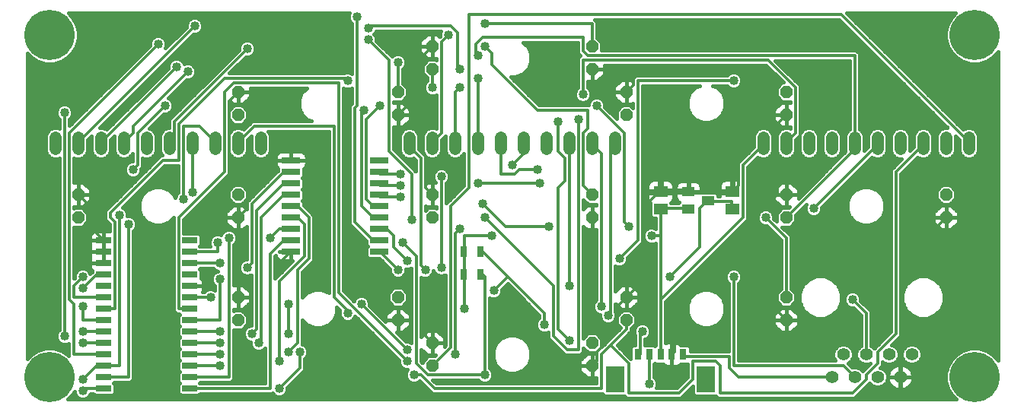
<source format=gtl>
G75*
%MOIN*%
%OFA0B0*%
%FSLAX24Y24*%
%IPPOS*%
%LPD*%
%AMOC8*
5,1,8,0,0,1.08239X$1,22.5*
%
%ADD10C,0.0554*%
%ADD11OC8,0.0520*%
%ADD12C,0.0520*%
%ADD13R,0.0669X0.0256*%
%ADD14R,0.0800X0.0260*%
%ADD15R,0.0591X0.0512*%
%ADD16R,0.0551X0.0394*%
%ADD17R,0.0315X0.0472*%
%ADD18R,0.0315X0.0512*%
%ADD19R,0.0827X0.1181*%
%ADD20C,0.0160*%
%ADD21C,0.0120*%
%ADD22C,0.0400*%
%ADD23C,0.2200*%
D10*
X035680Y001430D03*
X036680Y001430D03*
X037680Y001430D03*
X038680Y001430D03*
X038180Y002430D03*
X039180Y002430D03*
X037180Y002430D03*
X036180Y002430D03*
D11*
X033680Y003930D03*
X033680Y004930D03*
X026680Y004930D03*
X026680Y003930D03*
X025180Y002930D03*
X025180Y001930D03*
X018180Y001930D03*
X018180Y002930D03*
X016680Y003930D03*
X016680Y004930D03*
X009680Y004930D03*
X009680Y003930D03*
X009680Y008430D03*
X009680Y009430D03*
X002680Y009430D03*
X002680Y008430D03*
X009680Y012930D03*
X009680Y013930D03*
X016680Y013930D03*
X016680Y012930D03*
X018180Y014930D03*
X018180Y015930D03*
X025180Y015930D03*
X025180Y014930D03*
X026680Y013930D03*
X026680Y012930D03*
X033680Y012930D03*
X033680Y013930D03*
X033680Y009430D03*
X033680Y008430D03*
X040680Y008430D03*
X040680Y009430D03*
X025180Y009430D03*
X025180Y008430D03*
X018180Y008430D03*
X018180Y009430D03*
D12*
X018180Y011420D02*
X018180Y011940D01*
X017180Y011940D02*
X017180Y011420D01*
X019180Y011420D02*
X019180Y011940D01*
X020180Y011940D02*
X020180Y011420D01*
X021180Y011420D02*
X021180Y011940D01*
X022180Y011940D02*
X022180Y011420D01*
X023180Y011420D02*
X023180Y011940D01*
X024180Y011940D02*
X024180Y011420D01*
X025180Y011420D02*
X025180Y011940D01*
X026180Y011940D02*
X026180Y011420D01*
X032680Y011420D02*
X032680Y011940D01*
X033680Y011940D02*
X033680Y011420D01*
X034680Y011420D02*
X034680Y011940D01*
X035680Y011940D02*
X035680Y011420D01*
X036680Y011420D02*
X036680Y011940D01*
X037680Y011940D02*
X037680Y011420D01*
X038680Y011420D02*
X038680Y011940D01*
X039680Y011940D02*
X039680Y011420D01*
X040680Y011420D02*
X040680Y011940D01*
X041680Y011940D02*
X041680Y011420D01*
X010680Y011420D02*
X010680Y011940D01*
X009680Y011940D02*
X009680Y011420D01*
X008680Y011420D02*
X008680Y011940D01*
X007680Y011940D02*
X007680Y011420D01*
X006680Y011420D02*
X006680Y011940D01*
X005680Y011940D02*
X005680Y011420D01*
X004680Y011420D02*
X004680Y011940D01*
X003680Y011940D02*
X003680Y011420D01*
X002680Y011420D02*
X002680Y011940D01*
X001680Y011940D02*
X001680Y011420D01*
D13*
X003798Y007430D03*
X003798Y006930D03*
X003798Y006430D03*
X003798Y005930D03*
X003798Y005430D03*
X003798Y004930D03*
X003798Y004430D03*
X003798Y003930D03*
X003798Y003430D03*
X003798Y002930D03*
X003798Y002430D03*
X003798Y001930D03*
X003798Y001430D03*
X003798Y000930D03*
X007562Y000930D03*
X007562Y001430D03*
X007562Y001930D03*
X007562Y002430D03*
X007562Y002930D03*
X007562Y003430D03*
X007562Y003930D03*
X007562Y004430D03*
X007562Y004930D03*
X007562Y005430D03*
X007562Y005930D03*
X007562Y006430D03*
X007562Y006930D03*
X007562Y007430D03*
D14*
X012000Y007430D03*
X012000Y006930D03*
X012000Y007930D03*
X012000Y008430D03*
X012000Y008930D03*
X012000Y009430D03*
X012000Y009930D03*
X012000Y010430D03*
X012000Y010930D03*
X015860Y010930D03*
X015860Y010430D03*
X015860Y009930D03*
X015860Y009430D03*
X015860Y008930D03*
X015860Y008430D03*
X015860Y007930D03*
X015860Y007430D03*
X015860Y006930D03*
D15*
X028180Y008806D03*
X028180Y009554D03*
X031330Y009554D03*
X031330Y008806D03*
D16*
X030263Y009180D03*
X029397Y008806D03*
X029397Y009554D03*
D17*
X020284Y006930D03*
X019576Y006930D03*
X019576Y005930D03*
X020284Y005930D03*
D18*
X027196Y002422D03*
X027688Y002422D03*
X028180Y002422D03*
X028672Y002422D03*
X029164Y002422D03*
D19*
X030168Y001339D03*
X026192Y001339D03*
D20*
X002438Y000656D02*
X002242Y000460D01*
X041118Y000460D01*
X040922Y000656D01*
X040756Y000944D01*
X040670Y001264D01*
X040670Y001596D01*
X040756Y001916D01*
X040922Y002204D01*
X041156Y002438D01*
X041444Y002604D01*
X041764Y002690D01*
X042096Y002690D01*
X042416Y002604D01*
X042704Y002438D01*
X042938Y002204D01*
X042961Y002164D01*
X042961Y015696D01*
X042938Y015656D01*
X042704Y015422D01*
X042416Y015256D01*
X042096Y015170D01*
X041764Y015170D01*
X041444Y015256D01*
X041156Y015422D01*
X040922Y015656D01*
X040756Y015944D01*
X040670Y016264D01*
X040670Y016596D01*
X040756Y016916D01*
X040922Y017204D01*
X041104Y017386D01*
X036335Y017386D01*
X041434Y012288D01*
X041442Y012296D01*
X041596Y012360D01*
X041764Y012360D01*
X041918Y012296D01*
X042036Y012178D01*
X042100Y012024D01*
X042100Y011336D01*
X042036Y011182D01*
X041918Y011064D01*
X041764Y011000D01*
X041596Y011000D01*
X041442Y011064D01*
X041324Y011182D01*
X041260Y011336D01*
X041260Y011839D01*
X041100Y011999D01*
X041100Y011336D01*
X041036Y011182D01*
X040918Y011064D01*
X040764Y011000D01*
X040596Y011000D01*
X040442Y011064D01*
X040324Y011182D01*
X040260Y011336D01*
X040260Y012024D01*
X040324Y012178D01*
X040442Y012296D01*
X040596Y012360D01*
X040739Y012360D01*
X035989Y017110D01*
X025311Y017110D01*
X025400Y017021D01*
X025400Y016304D01*
X025600Y016104D01*
X025600Y015756D01*
X025594Y015750D01*
X036771Y015750D01*
X036900Y015621D01*
X036900Y012303D01*
X036918Y012296D01*
X037036Y012178D01*
X037100Y012024D01*
X037100Y011361D01*
X037260Y011521D01*
X037260Y012024D01*
X037324Y012178D01*
X037442Y012296D01*
X037596Y012360D01*
X037764Y012360D01*
X037918Y012296D01*
X038036Y012178D01*
X038100Y012024D01*
X038100Y011336D01*
X038036Y011182D01*
X037918Y011064D01*
X037764Y011000D01*
X037596Y011000D01*
X037442Y011064D01*
X037434Y011072D01*
X035240Y008879D01*
X035240Y008758D01*
X035185Y008626D01*
X035084Y008525D01*
X034952Y008470D01*
X034808Y008470D01*
X034676Y008525D01*
X034575Y008626D01*
X034520Y008758D01*
X034520Y008902D01*
X034560Y008999D01*
X034100Y008539D01*
X034100Y008256D01*
X033854Y008010D01*
X033511Y008010D01*
X033771Y007750D01*
X033900Y007621D01*
X033900Y005304D01*
X034100Y005104D01*
X034100Y004756D01*
X033854Y004510D01*
X033506Y004510D01*
X033260Y004756D01*
X033260Y005104D01*
X033460Y005304D01*
X033460Y007439D01*
X032829Y008070D01*
X032708Y008070D01*
X032576Y008125D01*
X032475Y008226D01*
X032420Y008358D01*
X032420Y008502D01*
X032475Y008634D01*
X032576Y008735D01*
X032708Y008790D01*
X032852Y008790D01*
X032984Y008735D01*
X033085Y008634D01*
X033140Y008502D01*
X033140Y008381D01*
X033260Y008261D01*
X033260Y008604D01*
X033506Y008850D01*
X033789Y008850D01*
X033829Y008890D01*
X033680Y008890D01*
X033680Y009430D01*
X033680Y009430D01*
X033680Y009970D01*
X033904Y009970D01*
X034220Y009654D01*
X034220Y009430D01*
X033680Y009430D01*
X033680Y009430D01*
X033680Y009430D01*
X033680Y009430D01*
X033140Y009430D01*
X033140Y009654D01*
X033456Y009970D01*
X033680Y009970D01*
X033680Y009430D01*
X034220Y009430D01*
X034220Y009281D01*
X036264Y011326D01*
X036260Y011336D01*
X036260Y012024D01*
X036324Y012178D01*
X036442Y012296D01*
X036460Y012303D01*
X036460Y015310D01*
X033211Y015310D01*
X034300Y014221D01*
X034300Y012120D01*
X034324Y012178D01*
X034442Y012296D01*
X034596Y012360D01*
X034764Y012360D01*
X034918Y012296D01*
X035036Y012178D01*
X035100Y012024D01*
X035100Y011336D01*
X035036Y011182D01*
X034918Y011064D01*
X034764Y011000D01*
X034596Y011000D01*
X034442Y011064D01*
X034324Y011182D01*
X034260Y011336D01*
X034260Y011999D01*
X034171Y011910D01*
X034100Y011839D01*
X034100Y011336D01*
X034036Y011182D01*
X033918Y011064D01*
X033764Y011000D01*
X033596Y011000D01*
X033442Y011064D01*
X033324Y011182D01*
X033260Y011336D01*
X033260Y012024D01*
X033324Y012178D01*
X033442Y012296D01*
X033596Y012360D01*
X033764Y012360D01*
X033860Y012320D01*
X033860Y012390D01*
X033680Y012390D01*
X033680Y012930D01*
X033680Y012930D01*
X033680Y013470D01*
X033860Y013470D01*
X033860Y013516D01*
X033854Y013510D01*
X033506Y013510D01*
X033260Y013756D01*
X033260Y014104D01*
X033506Y014350D01*
X033549Y014350D01*
X032789Y015110D01*
X025720Y015110D01*
X025720Y014930D01*
X025180Y014930D01*
X025180Y014930D01*
X025720Y014930D01*
X025720Y014706D01*
X025404Y014390D01*
X025180Y014390D01*
X025180Y014930D01*
X025180Y014930D01*
X025180Y014390D01*
X025000Y014390D01*
X025000Y014119D01*
X025085Y014034D01*
X025140Y013902D01*
X025140Y013758D01*
X025085Y013626D01*
X024984Y013525D01*
X024852Y013470D01*
X024708Y013470D01*
X024576Y013525D01*
X024475Y013626D01*
X024420Y013758D01*
X024420Y013902D01*
X024475Y014034D01*
X024560Y014119D01*
X024560Y015421D01*
X024669Y015530D01*
X024560Y015639D01*
X024560Y016110D01*
X022175Y016110D01*
X022385Y015901D01*
X022511Y015595D01*
X022511Y015265D01*
X022385Y014959D01*
X022151Y014725D01*
X021845Y014599D01*
X021622Y014599D01*
X022871Y013350D01*
X025020Y013350D01*
X025020Y013402D01*
X025075Y013534D01*
X025176Y013635D01*
X025308Y013690D01*
X025452Y013690D01*
X025584Y013635D01*
X025685Y013534D01*
X025740Y013402D01*
X025740Y013281D01*
X026260Y012761D01*
X026260Y013104D01*
X026506Y013350D01*
X026854Y013350D01*
X026960Y013244D01*
X026960Y013446D01*
X026904Y013390D01*
X026680Y013390D01*
X026680Y013930D01*
X026680Y013930D01*
X026680Y014470D01*
X026904Y014470D01*
X026960Y014414D01*
X026960Y014521D01*
X027089Y014650D01*
X031091Y014650D01*
X031176Y014735D01*
X031308Y014790D01*
X031452Y014790D01*
X031584Y014735D01*
X031685Y014634D01*
X031740Y014502D01*
X031740Y014358D01*
X031685Y014226D01*
X031584Y014125D01*
X031452Y014070D01*
X031308Y014070D01*
X031176Y014125D01*
X031091Y014210D01*
X030469Y014210D01*
X030651Y014135D01*
X030885Y013901D01*
X031011Y013595D01*
X031011Y013265D01*
X030885Y012959D01*
X030651Y012725D01*
X030345Y012599D01*
X030015Y012599D01*
X029709Y012725D01*
X029475Y012959D01*
X029349Y013265D01*
X029349Y013595D01*
X029475Y013901D01*
X029709Y014135D01*
X029891Y014210D01*
X027400Y014210D01*
X027400Y007339D01*
X026740Y006679D01*
X026740Y006558D01*
X026685Y006426D01*
X026584Y006325D01*
X026452Y006270D01*
X026308Y006270D01*
X026200Y006315D01*
X026200Y005214D01*
X026456Y005470D01*
X026680Y005470D01*
X026680Y004930D01*
X026680Y004930D01*
X027220Y004930D01*
X027220Y005154D01*
X026904Y005470D01*
X026680Y005470D01*
X026680Y004930D01*
X026680Y004930D01*
X027220Y004930D01*
X027220Y004706D01*
X026904Y004390D01*
X026680Y004390D01*
X026680Y004930D01*
X026680Y004930D01*
X026680Y004390D01*
X026456Y004390D01*
X026200Y004646D01*
X026200Y004298D01*
X026240Y004202D01*
X026240Y004058D01*
X026185Y003926D01*
X026084Y003825D01*
X025952Y003770D01*
X025808Y003770D01*
X025676Y003825D01*
X025575Y003926D01*
X025520Y004058D01*
X025520Y004170D01*
X025508Y004170D01*
X025376Y004225D01*
X025275Y004326D01*
X025220Y004458D01*
X025220Y004602D01*
X025275Y004734D01*
X025360Y004819D01*
X025360Y007890D01*
X025180Y007890D01*
X025180Y008430D01*
X025180Y008430D01*
X025180Y008970D01*
X025360Y008970D01*
X025360Y009016D01*
X025354Y009010D01*
X025006Y009010D01*
X024800Y009216D01*
X024800Y008814D01*
X024956Y008970D01*
X025180Y008970D01*
X025180Y008430D01*
X025180Y008430D01*
X025180Y007890D01*
X024956Y007890D01*
X024800Y008046D01*
X024800Y003144D01*
X025006Y003350D01*
X025354Y003350D01*
X025600Y003104D01*
X025600Y002761D01*
X025760Y002921D01*
X025760Y002921D01*
X025889Y003050D01*
X025889Y003050D01*
X026427Y003589D01*
X026260Y003756D01*
X026260Y004104D01*
X026506Y004350D01*
X026854Y004350D01*
X027100Y004104D01*
X027100Y003756D01*
X026900Y003556D01*
X026900Y003439D01*
X026771Y003310D01*
X026291Y002830D01*
X026878Y002243D01*
X026878Y002744D01*
X026972Y002838D01*
X027060Y002838D01*
X027060Y003262D01*
X027020Y003358D01*
X027020Y003502D01*
X027075Y003634D01*
X027176Y003735D01*
X027308Y003790D01*
X027452Y003790D01*
X027584Y003735D01*
X027685Y003634D01*
X027740Y003502D01*
X027740Y003358D01*
X027685Y003226D01*
X027584Y003125D01*
X027500Y003090D01*
X027500Y002838D01*
X027912Y002838D01*
X027934Y002816D01*
X027956Y002838D01*
X027960Y002838D01*
X027960Y007315D01*
X027852Y007270D01*
X027708Y007270D01*
X027576Y007325D01*
X027475Y007426D01*
X027420Y007558D01*
X027420Y007702D01*
X027475Y007834D01*
X027576Y007935D01*
X027708Y007990D01*
X027852Y007990D01*
X027960Y007945D01*
X027960Y008390D01*
X027818Y008390D01*
X027725Y008484D01*
X027725Y009068D01*
X027706Y009081D01*
X027667Y009120D01*
X027637Y009165D01*
X027615Y009216D01*
X027605Y009271D01*
X027605Y009506D01*
X028132Y009506D01*
X028132Y009602D01*
X027605Y009602D01*
X027605Y009837D01*
X027615Y009892D01*
X027637Y009943D01*
X027667Y009988D01*
X027706Y010027D01*
X027752Y010058D01*
X027803Y010079D01*
X027857Y010090D01*
X028132Y010090D01*
X028132Y009602D01*
X028228Y009602D01*
X028755Y009602D01*
X028755Y009837D01*
X028745Y009892D01*
X028723Y009943D01*
X028693Y009988D01*
X028654Y010027D01*
X028608Y010058D01*
X028557Y010079D01*
X028503Y010090D01*
X028228Y010090D01*
X028228Y009602D01*
X028228Y009506D01*
X028755Y009506D01*
X028755Y009271D01*
X028745Y009216D01*
X028723Y009165D01*
X028693Y009120D01*
X028654Y009081D01*
X028635Y009068D01*
X028635Y009050D01*
X028961Y009050D01*
X028961Y009069D01*
X028998Y009105D01*
X028989Y009109D01*
X028943Y009140D01*
X028904Y009179D01*
X028873Y009225D01*
X028852Y009275D01*
X028841Y009330D01*
X028841Y009536D01*
X029378Y009536D01*
X029378Y009572D01*
X028841Y009572D01*
X028841Y009778D01*
X028852Y009833D01*
X028873Y009883D01*
X028904Y009929D01*
X028943Y009968D01*
X028989Y009999D01*
X029040Y010020D01*
X029094Y010031D01*
X029379Y010031D01*
X029379Y009572D01*
X029415Y009572D01*
X029953Y009572D01*
X029953Y009778D01*
X029942Y009833D01*
X029921Y009883D01*
X029890Y009929D01*
X029851Y009968D01*
X029805Y009999D01*
X029754Y010020D01*
X029700Y010031D01*
X029415Y010031D01*
X029415Y009572D01*
X029415Y009536D01*
X029920Y009536D01*
X029921Y009537D01*
X030605Y009537D01*
X030699Y009443D01*
X030699Y009350D01*
X030755Y009350D01*
X030755Y009506D01*
X031282Y009506D01*
X031282Y009602D01*
X030755Y009602D01*
X030755Y009837D01*
X030765Y009892D01*
X030787Y009943D01*
X030817Y009988D01*
X030856Y010027D01*
X030902Y010058D01*
X030953Y010079D01*
X031007Y010090D01*
X031282Y010090D01*
X031282Y009602D01*
X031378Y009602D01*
X031378Y010090D01*
X031560Y010090D01*
X031560Y010821D01*
X031689Y010950D01*
X032260Y011521D01*
X032260Y012024D01*
X032324Y012178D01*
X032442Y012296D01*
X032596Y012360D01*
X032764Y012360D01*
X032918Y012296D01*
X033036Y012178D01*
X033100Y012024D01*
X033100Y011336D01*
X033036Y011182D01*
X032918Y011064D01*
X032764Y011000D01*
X032596Y011000D01*
X032442Y011064D01*
X032434Y011072D01*
X032000Y010639D01*
X032000Y008339D01*
X028400Y004739D01*
X028400Y002934D01*
X028433Y002947D01*
X028487Y002958D01*
X028672Y002958D01*
X028672Y002422D01*
X028672Y002422D01*
X028672Y001886D01*
X028487Y001886D01*
X028433Y001897D01*
X028382Y001918D01*
X028336Y001949D01*
X028297Y001988D01*
X028285Y002006D01*
X027956Y002006D01*
X027934Y002029D01*
X027912Y002006D01*
X027900Y002006D01*
X027900Y001419D01*
X027985Y001334D01*
X028040Y001202D01*
X028040Y001058D01*
X027995Y000950D01*
X028889Y000950D01*
X029360Y001421D01*
X029360Y002006D01*
X029059Y002006D01*
X029047Y001988D01*
X029008Y001949D01*
X028962Y001918D01*
X028911Y001897D01*
X028857Y001886D01*
X028672Y001886D01*
X028672Y002422D01*
X028672Y002422D01*
X028672Y002958D01*
X028857Y002958D01*
X028911Y002947D01*
X028962Y002926D01*
X029008Y002896D01*
X029047Y002857D01*
X029059Y002838D01*
X029388Y002838D01*
X029482Y002744D01*
X029482Y002550D01*
X031160Y002550D01*
X031160Y005541D01*
X031075Y005626D01*
X031020Y005758D01*
X031020Y005902D01*
X031075Y006034D01*
X031176Y006135D01*
X031308Y006190D01*
X031452Y006190D01*
X031584Y006135D01*
X031685Y006034D01*
X031740Y005902D01*
X031740Y005758D01*
X031685Y005626D01*
X031600Y005541D01*
X031600Y002150D01*
X035842Y002150D01*
X035809Y002182D01*
X035743Y002343D01*
X035743Y002517D01*
X035809Y002678D01*
X035932Y002801D01*
X036093Y002867D01*
X036267Y002867D01*
X036428Y002801D01*
X036551Y002678D01*
X036617Y002517D01*
X036617Y002343D01*
X036551Y002182D01*
X036428Y002059D01*
X036381Y002040D01*
X036400Y002021D01*
X036565Y001856D01*
X036593Y001867D01*
X036767Y001867D01*
X036928Y001801D01*
X037034Y001695D01*
X037089Y001750D01*
X037377Y002039D01*
X037267Y001993D01*
X037093Y001993D01*
X036932Y002059D01*
X036809Y002182D01*
X036743Y002343D01*
X036743Y002517D01*
X036809Y002678D01*
X036932Y002801D01*
X036960Y002812D01*
X036960Y004139D01*
X036629Y004470D01*
X036508Y004470D01*
X036376Y004525D01*
X036275Y004626D01*
X036220Y004758D01*
X036220Y004902D01*
X036275Y005034D01*
X036376Y005135D01*
X036508Y005190D01*
X036652Y005190D01*
X036784Y005135D01*
X036885Y005034D01*
X036940Y004902D01*
X036940Y004781D01*
X037271Y004450D01*
X037400Y004321D01*
X037400Y002812D01*
X037428Y002801D01*
X037534Y002695D01*
X037589Y002750D01*
X038260Y003421D01*
X038260Y010521D01*
X038389Y010650D01*
X038739Y011000D01*
X038596Y011000D01*
X038442Y011064D01*
X038324Y011182D01*
X038260Y011336D01*
X038260Y012024D01*
X038324Y012178D01*
X038442Y012296D01*
X038596Y012360D01*
X038764Y012360D01*
X038918Y012296D01*
X039036Y012178D01*
X039100Y012024D01*
X039100Y011361D01*
X039260Y011521D01*
X039260Y012024D01*
X039324Y012178D01*
X039442Y012296D01*
X039596Y012360D01*
X039764Y012360D01*
X039918Y012296D01*
X040036Y012178D01*
X040100Y012024D01*
X040100Y011336D01*
X040036Y011182D01*
X039918Y011064D01*
X039764Y011000D01*
X039596Y011000D01*
X039442Y011064D01*
X039434Y011072D01*
X038700Y010339D01*
X038700Y003239D01*
X038310Y002849D01*
X038428Y002801D01*
X038551Y002678D01*
X038617Y002517D01*
X038617Y002343D01*
X038551Y002182D01*
X038428Y002059D01*
X038267Y001993D01*
X038093Y001993D01*
X037932Y002059D01*
X037900Y002092D01*
X037900Y001939D01*
X037810Y001849D01*
X037928Y001801D01*
X038051Y001678D01*
X038117Y001517D01*
X038117Y001343D01*
X038051Y001182D01*
X037928Y001059D01*
X037767Y000993D01*
X037593Y000993D01*
X037432Y001059D01*
X037326Y001165D01*
X036800Y000639D01*
X036671Y000510D01*
X030689Y000510D01*
X030610Y000589D01*
X029689Y000589D01*
X029595Y000683D01*
X029595Y001034D01*
X029200Y000639D01*
X029071Y000510D01*
X026689Y000510D01*
X026610Y000589D01*
X025712Y000589D01*
X025618Y000683D01*
X025618Y000710D01*
X018189Y000710D01*
X018060Y000839D01*
X018060Y000839D01*
X017629Y001270D01*
X017584Y001225D01*
X017452Y001170D01*
X017308Y001170D01*
X017176Y001225D01*
X017075Y001326D01*
X017020Y001458D01*
X017020Y001602D01*
X017075Y001734D01*
X017111Y001770D01*
X017008Y001770D01*
X016876Y001825D01*
X016775Y001926D01*
X016720Y002058D01*
X016720Y002179D01*
X014811Y004088D01*
X014785Y004026D01*
X014684Y003925D01*
X014552Y003870D01*
X014408Y003870D01*
X014276Y003925D01*
X014175Y004026D01*
X014120Y004158D01*
X014120Y004302D01*
X014143Y004356D01*
X014011Y004488D01*
X014011Y004265D01*
X013885Y003959D01*
X013651Y003725D01*
X013345Y003599D01*
X013015Y003599D01*
X012709Y003725D01*
X012500Y003935D01*
X012500Y002870D01*
X012584Y002835D01*
X012685Y002734D01*
X012740Y002602D01*
X012740Y002458D01*
X012685Y002326D01*
X012600Y002241D01*
X012600Y001739D01*
X012471Y001610D01*
X011840Y000979D01*
X011840Y000858D01*
X011785Y000726D01*
X011684Y000625D01*
X011552Y000570D01*
X011408Y000570D01*
X011276Y000625D01*
X011181Y000720D01*
X011171Y000710D01*
X008031Y000710D01*
X007963Y000642D01*
X007161Y000642D01*
X007067Y000736D01*
X007067Y001124D01*
X007123Y001180D01*
X007067Y001236D01*
X007067Y001624D01*
X007123Y001680D01*
X007067Y001736D01*
X007067Y002124D01*
X007123Y002180D01*
X007067Y002236D01*
X007067Y002624D01*
X007123Y002680D01*
X007067Y002736D01*
X007067Y003124D01*
X007123Y003180D01*
X007067Y003236D01*
X007067Y003624D01*
X007123Y003680D01*
X007067Y003736D01*
X007067Y004124D01*
X007123Y004180D01*
X007093Y004210D01*
X006989Y004210D01*
X006860Y004339D01*
X006860Y008435D01*
X006651Y008225D01*
X006345Y008099D01*
X006015Y008099D01*
X005709Y008225D01*
X005475Y008459D01*
X005349Y008765D01*
X005349Y009095D01*
X005475Y009401D01*
X005709Y009635D01*
X006015Y009761D01*
X006345Y009761D01*
X006651Y009635D01*
X006885Y009401D01*
X006923Y009309D01*
X006975Y009434D01*
X007060Y009519D01*
X007060Y010710D01*
X006471Y010710D01*
X004622Y008861D01*
X004684Y008835D01*
X004785Y008734D01*
X004840Y008602D01*
X004840Y008490D01*
X004952Y008490D01*
X005084Y008435D01*
X005185Y008334D01*
X005240Y008202D01*
X005240Y008058D01*
X005185Y007926D01*
X005100Y007841D01*
X005100Y001339D01*
X004971Y001210D01*
X004267Y001210D01*
X004237Y001180D01*
X004293Y001124D01*
X004293Y000736D01*
X004199Y000642D01*
X003397Y000642D01*
X003329Y000710D01*
X003220Y000710D01*
X003185Y000626D01*
X003084Y000525D01*
X002952Y000470D01*
X002808Y000470D01*
X002676Y000525D01*
X002575Y000626D01*
X002520Y000758D01*
X002520Y000798D01*
X002438Y000656D01*
X002437Y000656D02*
X002563Y000656D01*
X002743Y000497D02*
X002279Y000497D01*
X003017Y000497D02*
X041081Y000497D01*
X040923Y000656D02*
X036817Y000656D01*
X036975Y000814D02*
X040831Y000814D01*
X040748Y000973D02*
X038998Y000973D01*
X038972Y000953D02*
X039043Y001005D01*
X039105Y001067D01*
X039157Y001138D01*
X039196Y001216D01*
X039223Y001300D01*
X039237Y001386D01*
X039237Y001421D01*
X038689Y001421D01*
X038689Y001439D01*
X039237Y001439D01*
X039237Y001474D01*
X039223Y001560D01*
X039196Y001644D01*
X039157Y001722D01*
X039105Y001793D01*
X039043Y001855D01*
X038972Y001907D01*
X038894Y001946D01*
X038810Y001973D01*
X038724Y001987D01*
X038689Y001987D01*
X038689Y001439D01*
X038671Y001439D01*
X038671Y001987D01*
X038636Y001987D01*
X038550Y001973D01*
X038466Y001946D01*
X038388Y001907D01*
X038317Y001855D01*
X038255Y001793D01*
X038203Y001722D01*
X038164Y001644D01*
X038137Y001560D01*
X038123Y001474D01*
X038123Y001439D01*
X038671Y001439D01*
X038671Y001421D01*
X038689Y001421D01*
X038689Y000873D01*
X038724Y000873D01*
X038810Y000887D01*
X038894Y000914D01*
X038972Y000953D01*
X039151Y001131D02*
X040706Y001131D01*
X040670Y001290D02*
X039220Y001290D01*
X039237Y001448D02*
X040670Y001448D01*
X040673Y001607D02*
X039208Y001607D01*
X039125Y001765D02*
X040715Y001765D01*
X040760Y001924D02*
X038939Y001924D01*
X038932Y002059D02*
X039093Y001993D01*
X039267Y001993D01*
X039428Y002059D01*
X039551Y002182D01*
X039617Y002343D01*
X039617Y002517D01*
X039551Y002678D01*
X039428Y002801D01*
X039267Y002867D01*
X039093Y002867D01*
X038932Y002801D01*
X038809Y002678D01*
X038743Y002517D01*
X038743Y002343D01*
X038809Y002182D01*
X038932Y002059D01*
X038910Y002082D02*
X038450Y002082D01*
X038421Y001924D02*
X037885Y001924D01*
X037900Y002082D02*
X037910Y002082D01*
X038575Y002241D02*
X038785Y002241D01*
X038743Y002399D02*
X038617Y002399D01*
X038600Y002558D02*
X038760Y002558D01*
X038848Y002716D02*
X038512Y002716D01*
X038336Y002875D02*
X042961Y002875D01*
X042961Y003033D02*
X038494Y003033D01*
X038653Y003192D02*
X042961Y003192D01*
X042961Y003350D02*
X038700Y003350D01*
X038700Y003509D02*
X042961Y003509D01*
X042961Y003667D02*
X038700Y003667D01*
X038700Y003826D02*
X042961Y003826D01*
X042961Y003984D02*
X038700Y003984D01*
X038700Y004143D02*
X039177Y004143D01*
X039159Y004150D02*
X039497Y004010D01*
X039863Y004010D01*
X040201Y004150D01*
X040460Y004409D01*
X040600Y004747D01*
X040600Y005113D01*
X040460Y005451D01*
X040201Y005710D01*
X039863Y005850D01*
X039497Y005850D01*
X039159Y005710D01*
X038900Y005451D01*
X038760Y005113D01*
X038760Y004747D01*
X038900Y004409D01*
X039159Y004150D01*
X039008Y004301D02*
X038700Y004301D01*
X038700Y004460D02*
X038879Y004460D01*
X038813Y004618D02*
X038700Y004618D01*
X038700Y004777D02*
X038760Y004777D01*
X038760Y004935D02*
X038700Y004935D01*
X038700Y005094D02*
X038760Y005094D01*
X038818Y005252D02*
X038700Y005252D01*
X038700Y005411D02*
X038883Y005411D01*
X039018Y005569D02*
X038700Y005569D01*
X038700Y005728D02*
X039201Y005728D01*
X038700Y005886D02*
X042961Y005886D01*
X042961Y005728D02*
X040159Y005728D01*
X040342Y005569D02*
X042961Y005569D01*
X042961Y005411D02*
X040477Y005411D01*
X040542Y005252D02*
X042961Y005252D01*
X042961Y005094D02*
X040600Y005094D01*
X040600Y004935D02*
X042961Y004935D01*
X042961Y004777D02*
X040600Y004777D01*
X040547Y004618D02*
X042961Y004618D01*
X042961Y004460D02*
X040481Y004460D01*
X040352Y004301D02*
X042961Y004301D01*
X042961Y004143D02*
X040183Y004143D01*
X038260Y004143D02*
X037400Y004143D01*
X037400Y004301D02*
X038260Y004301D01*
X038260Y004460D02*
X037262Y004460D01*
X037103Y004618D02*
X038260Y004618D01*
X038260Y004777D02*
X036945Y004777D01*
X036926Y004935D02*
X038260Y004935D01*
X038260Y005094D02*
X036826Y005094D01*
X036334Y005094D02*
X036100Y005094D01*
X036100Y005113D02*
X035960Y005451D01*
X035701Y005710D01*
X035363Y005850D01*
X034997Y005850D01*
X034659Y005710D01*
X034400Y005451D01*
X034260Y005113D01*
X034260Y004747D01*
X034400Y004409D01*
X034659Y004150D01*
X034997Y004010D01*
X035363Y004010D01*
X035701Y004150D01*
X035960Y004409D01*
X036100Y004747D01*
X036100Y005113D01*
X036042Y005252D02*
X038260Y005252D01*
X038260Y005411D02*
X035977Y005411D01*
X035842Y005569D02*
X038260Y005569D01*
X038260Y005728D02*
X035659Y005728D01*
X034701Y005728D02*
X033900Y005728D01*
X033900Y005886D02*
X038260Y005886D01*
X038260Y006045D02*
X033900Y006045D01*
X033900Y006203D02*
X038260Y006203D01*
X038260Y006362D02*
X033900Y006362D01*
X033900Y006520D02*
X038260Y006520D01*
X038260Y006679D02*
X033900Y006679D01*
X033900Y006837D02*
X038260Y006837D01*
X038260Y006996D02*
X033900Y006996D01*
X033900Y007154D02*
X038260Y007154D01*
X038260Y007313D02*
X033900Y007313D01*
X033900Y007471D02*
X038260Y007471D01*
X038260Y007630D02*
X033892Y007630D01*
X033733Y007788D02*
X038260Y007788D01*
X038260Y007947D02*
X033575Y007947D01*
X033949Y008105D02*
X037000Y008105D01*
X037015Y008099D02*
X037345Y008099D01*
X037651Y008225D01*
X037885Y008459D01*
X038011Y008765D01*
X038011Y009095D01*
X037885Y009401D01*
X037651Y009635D01*
X037345Y009761D01*
X037015Y009761D01*
X036709Y009635D01*
X036475Y009401D01*
X036349Y009095D01*
X036349Y008765D01*
X036475Y008459D01*
X036709Y008225D01*
X037015Y008099D01*
X037360Y008105D02*
X038260Y008105D01*
X038260Y008264D02*
X037689Y008264D01*
X037847Y008422D02*
X038260Y008422D01*
X038260Y008581D02*
X037935Y008581D01*
X038001Y008739D02*
X038260Y008739D01*
X038260Y008898D02*
X038011Y008898D01*
X038011Y009056D02*
X038260Y009056D01*
X038260Y009215D02*
X037962Y009215D01*
X037896Y009373D02*
X038260Y009373D01*
X038260Y009532D02*
X037754Y009532D01*
X037517Y009690D02*
X038260Y009690D01*
X038260Y009849D02*
X036210Y009849D01*
X036368Y010007D02*
X038260Y010007D01*
X038260Y010166D02*
X036527Y010166D01*
X036685Y010324D02*
X038260Y010324D01*
X038260Y010483D02*
X036844Y010483D01*
X037002Y010641D02*
X038380Y010641D01*
X038538Y010800D02*
X037161Y010800D01*
X037319Y010958D02*
X038697Y010958D01*
X038390Y011117D02*
X037970Y011117D01*
X038075Y011275D02*
X038285Y011275D01*
X038260Y011434D02*
X038100Y011434D01*
X038100Y011592D02*
X038260Y011592D01*
X038260Y011751D02*
X038100Y011751D01*
X038100Y011909D02*
X038260Y011909D01*
X038278Y012068D02*
X038082Y012068D01*
X037988Y012226D02*
X038372Y012226D01*
X038988Y012226D02*
X039372Y012226D01*
X039278Y012068D02*
X039082Y012068D01*
X039100Y011909D02*
X039260Y011909D01*
X039260Y011751D02*
X039100Y011751D01*
X039100Y011592D02*
X039260Y011592D01*
X039172Y011434D02*
X039100Y011434D01*
X039970Y011117D02*
X040390Y011117D01*
X040285Y011275D02*
X040075Y011275D01*
X040100Y011434D02*
X040260Y011434D01*
X040260Y011592D02*
X040100Y011592D01*
X040100Y011751D02*
X040260Y011751D01*
X040260Y011909D02*
X040100Y011909D01*
X040082Y012068D02*
X040278Y012068D01*
X040372Y012226D02*
X039988Y012226D01*
X040714Y012385D02*
X036900Y012385D01*
X036900Y012543D02*
X040556Y012543D01*
X040397Y012702D02*
X036900Y012702D01*
X036900Y012860D02*
X040239Y012860D01*
X040080Y013019D02*
X036900Y013019D01*
X036900Y013177D02*
X039922Y013177D01*
X039763Y013336D02*
X036900Y013336D01*
X036900Y013494D02*
X039605Y013494D01*
X039446Y013653D02*
X036900Y013653D01*
X036900Y013811D02*
X039288Y013811D01*
X039129Y013970D02*
X036900Y013970D01*
X036900Y014128D02*
X038971Y014128D01*
X038812Y014287D02*
X036900Y014287D01*
X036900Y014445D02*
X038654Y014445D01*
X038495Y014604D02*
X036900Y014604D01*
X036900Y014762D02*
X038337Y014762D01*
X038178Y014921D02*
X036900Y014921D01*
X036900Y015079D02*
X038020Y015079D01*
X037861Y015238D02*
X036900Y015238D01*
X036900Y015396D02*
X037703Y015396D01*
X037544Y015555D02*
X036900Y015555D01*
X036808Y015713D02*
X037386Y015713D01*
X037227Y015872D02*
X025600Y015872D01*
X025600Y016030D02*
X037069Y016030D01*
X036910Y016189D02*
X025515Y016189D01*
X025400Y016347D02*
X036752Y016347D01*
X036593Y016506D02*
X025400Y016506D01*
X025400Y016664D02*
X036435Y016664D01*
X036276Y016823D02*
X025400Y016823D01*
X025400Y016981D02*
X036118Y016981D01*
X036423Y017298D02*
X041016Y017298D01*
X040885Y017140D02*
X036582Y017140D01*
X036740Y016981D02*
X040793Y016981D01*
X040731Y016823D02*
X036899Y016823D01*
X037057Y016664D02*
X040688Y016664D01*
X040670Y016506D02*
X037216Y016506D01*
X037374Y016347D02*
X040670Y016347D01*
X040690Y016189D02*
X037533Y016189D01*
X037691Y016030D02*
X040733Y016030D01*
X040798Y015872D02*
X037850Y015872D01*
X038008Y015713D02*
X040889Y015713D01*
X041024Y015555D02*
X038167Y015555D01*
X038325Y015396D02*
X041201Y015396D01*
X041512Y015238D02*
X038484Y015238D01*
X038642Y015079D02*
X042961Y015079D01*
X042961Y014921D02*
X038801Y014921D01*
X038959Y014762D02*
X042961Y014762D01*
X042961Y014604D02*
X039118Y014604D01*
X039276Y014445D02*
X042961Y014445D01*
X042961Y014287D02*
X039435Y014287D01*
X039593Y014128D02*
X042961Y014128D01*
X042961Y013970D02*
X039752Y013970D01*
X039910Y013811D02*
X042961Y013811D01*
X042961Y013653D02*
X040069Y013653D01*
X040227Y013494D02*
X042961Y013494D01*
X042961Y013336D02*
X040386Y013336D01*
X040544Y013177D02*
X042961Y013177D01*
X042961Y013019D02*
X040703Y013019D01*
X040861Y012860D02*
X042961Y012860D01*
X042961Y012702D02*
X041020Y012702D01*
X041178Y012543D02*
X042961Y012543D01*
X042961Y012385D02*
X041337Y012385D01*
X041988Y012226D02*
X042961Y012226D01*
X042961Y012068D02*
X042082Y012068D01*
X042100Y011909D02*
X042961Y011909D01*
X042961Y011751D02*
X042100Y011751D01*
X042100Y011592D02*
X042961Y011592D01*
X042961Y011434D02*
X042100Y011434D01*
X042075Y011275D02*
X042961Y011275D01*
X042961Y011117D02*
X041970Y011117D01*
X041390Y011117D02*
X040970Y011117D01*
X041075Y011275D02*
X041285Y011275D01*
X041260Y011434D02*
X041100Y011434D01*
X041100Y011592D02*
X041260Y011592D01*
X041260Y011751D02*
X041100Y011751D01*
X041100Y011909D02*
X041190Y011909D01*
X042961Y010958D02*
X039319Y010958D01*
X039161Y010800D02*
X042961Y010800D01*
X042961Y010641D02*
X039002Y010641D01*
X038844Y010483D02*
X042961Y010483D01*
X042961Y010324D02*
X038700Y010324D01*
X038700Y010166D02*
X042961Y010166D01*
X042961Y010007D02*
X038700Y010007D01*
X038700Y009849D02*
X040505Y009849D01*
X040506Y009850D02*
X040260Y009604D01*
X040260Y009256D01*
X040506Y009010D01*
X040854Y009010D01*
X041100Y009256D01*
X041100Y009604D01*
X040854Y009850D01*
X040506Y009850D01*
X040346Y009690D02*
X038700Y009690D01*
X038700Y009532D02*
X040260Y009532D01*
X040260Y009373D02*
X038700Y009373D01*
X038700Y009215D02*
X040302Y009215D01*
X040460Y009056D02*
X038700Y009056D01*
X038700Y008898D02*
X040384Y008898D01*
X040456Y008970D02*
X040140Y008654D01*
X040140Y008430D01*
X040680Y008430D01*
X041220Y008430D01*
X041220Y008654D01*
X040904Y008970D01*
X040680Y008970D01*
X040680Y008430D01*
X040680Y008430D01*
X040680Y008430D01*
X041220Y008430D01*
X041220Y008206D01*
X040904Y007890D01*
X040680Y007890D01*
X040680Y008430D01*
X040680Y008430D01*
X040680Y008430D01*
X040680Y008970D01*
X040456Y008970D01*
X040680Y008898D02*
X040680Y008898D01*
X040680Y008739D02*
X040680Y008739D01*
X040680Y008581D02*
X040680Y008581D01*
X040680Y008430D02*
X040140Y008430D01*
X040140Y008206D01*
X040456Y007890D01*
X040680Y007890D01*
X040680Y008430D01*
X040680Y008422D02*
X040680Y008422D01*
X040680Y008264D02*
X040680Y008264D01*
X040680Y008105D02*
X040680Y008105D01*
X040680Y007947D02*
X040680Y007947D01*
X040960Y007947D02*
X042961Y007947D01*
X042961Y008105D02*
X041119Y008105D01*
X041220Y008264D02*
X042961Y008264D01*
X042961Y008422D02*
X041220Y008422D01*
X041220Y008581D02*
X042961Y008581D01*
X042961Y008739D02*
X041135Y008739D01*
X040976Y008898D02*
X042961Y008898D01*
X042961Y009056D02*
X040900Y009056D01*
X041058Y009215D02*
X042961Y009215D01*
X042961Y009373D02*
X041100Y009373D01*
X041100Y009532D02*
X042961Y009532D01*
X042961Y009690D02*
X041014Y009690D01*
X040855Y009849D02*
X042961Y009849D01*
X040225Y008739D02*
X038700Y008739D01*
X038700Y008581D02*
X040140Y008581D01*
X040140Y008422D02*
X038700Y008422D01*
X038700Y008264D02*
X040140Y008264D01*
X040241Y008105D02*
X038700Y008105D01*
X038700Y007947D02*
X040400Y007947D01*
X038700Y007788D02*
X042961Y007788D01*
X042961Y007630D02*
X038700Y007630D01*
X038700Y007471D02*
X042961Y007471D01*
X042961Y007313D02*
X038700Y007313D01*
X038700Y007154D02*
X042961Y007154D01*
X042961Y006996D02*
X038700Y006996D01*
X038700Y006837D02*
X042961Y006837D01*
X042961Y006679D02*
X038700Y006679D01*
X038700Y006520D02*
X042961Y006520D01*
X042961Y006362D02*
X038700Y006362D01*
X038700Y006203D02*
X042961Y006203D01*
X042961Y006045D02*
X038700Y006045D01*
X036234Y004935D02*
X036100Y004935D01*
X036100Y004777D02*
X036220Y004777D01*
X036283Y004618D02*
X036047Y004618D01*
X035981Y004460D02*
X036639Y004460D01*
X036798Y004301D02*
X035852Y004301D01*
X035683Y004143D02*
X036956Y004143D01*
X036960Y003984D02*
X034220Y003984D01*
X034220Y003930D02*
X034220Y004154D01*
X033904Y004470D01*
X033680Y004470D01*
X033680Y003930D01*
X034220Y003930D01*
X033680Y003930D01*
X033680Y003930D01*
X033680Y003930D01*
X033680Y003390D01*
X033904Y003390D01*
X034220Y003706D01*
X034220Y003930D01*
X034220Y003826D02*
X036960Y003826D01*
X036960Y003667D02*
X034181Y003667D01*
X034022Y003509D02*
X036960Y003509D01*
X036960Y003350D02*
X031600Y003350D01*
X031600Y003192D02*
X036960Y003192D01*
X036960Y003033D02*
X031600Y003033D01*
X031600Y002875D02*
X036960Y002875D01*
X036848Y002716D02*
X036512Y002716D01*
X036600Y002558D02*
X036760Y002558D01*
X036743Y002399D02*
X036617Y002399D01*
X036575Y002241D02*
X036785Y002241D01*
X036910Y002082D02*
X036450Y002082D01*
X036498Y001924D02*
X037262Y001924D01*
X037104Y001765D02*
X036963Y001765D01*
X037963Y001765D02*
X038235Y001765D01*
X038152Y001607D02*
X038080Y001607D01*
X038117Y001448D02*
X038123Y001448D01*
X038123Y001421D02*
X038123Y001386D01*
X038137Y001300D01*
X038164Y001216D01*
X038203Y001138D01*
X038255Y001067D01*
X038317Y001005D01*
X038388Y000953D01*
X038466Y000914D01*
X038550Y000887D01*
X038636Y000873D01*
X038671Y000873D01*
X038671Y001421D01*
X038123Y001421D01*
X038140Y001290D02*
X038095Y001290D01*
X037999Y001131D02*
X038209Y001131D01*
X038362Y000973D02*
X037134Y000973D01*
X037292Y001131D02*
X037361Y001131D01*
X038671Y001131D02*
X038689Y001131D01*
X038689Y000973D02*
X038671Y000973D01*
X038671Y001290D02*
X038689Y001290D01*
X038689Y001448D02*
X038671Y001448D01*
X038671Y001607D02*
X038689Y001607D01*
X038689Y001765D02*
X038671Y001765D01*
X038671Y001924D02*
X038689Y001924D01*
X039450Y002082D02*
X040852Y002082D01*
X040959Y002241D02*
X039575Y002241D01*
X039617Y002399D02*
X041117Y002399D01*
X041363Y002558D02*
X039600Y002558D01*
X039512Y002716D02*
X042961Y002716D01*
X042961Y002558D02*
X042497Y002558D01*
X042743Y002399D02*
X042961Y002399D01*
X042961Y002241D02*
X042901Y002241D01*
X038260Y003509D02*
X037400Y003509D01*
X037400Y003667D02*
X038260Y003667D01*
X038260Y003826D02*
X037400Y003826D01*
X037400Y003984D02*
X038260Y003984D01*
X038189Y003350D02*
X037400Y003350D01*
X037400Y003192D02*
X038030Y003192D01*
X037872Y003033D02*
X037400Y003033D01*
X037400Y002875D02*
X037713Y002875D01*
X037555Y002716D02*
X037512Y002716D01*
X035848Y002716D02*
X031600Y002716D01*
X031600Y002558D02*
X035760Y002558D01*
X035743Y002399D02*
X031600Y002399D01*
X031600Y002241D02*
X035785Y002241D01*
X033680Y003390D02*
X033680Y003930D01*
X033680Y003930D01*
X033680Y003930D01*
X033140Y003930D01*
X033140Y004154D01*
X033456Y004470D01*
X033680Y004470D01*
X033680Y003930D01*
X033140Y003930D01*
X033140Y003706D01*
X033456Y003390D01*
X033680Y003390D01*
X033680Y003509D02*
X033680Y003509D01*
X033680Y003667D02*
X033680Y003667D01*
X033680Y003826D02*
X033680Y003826D01*
X033680Y003984D02*
X033680Y003984D01*
X033680Y004143D02*
X033680Y004143D01*
X033680Y004301D02*
X033680Y004301D01*
X033680Y004460D02*
X033680Y004460D01*
X033914Y004460D02*
X034379Y004460D01*
X034313Y004618D02*
X033962Y004618D01*
X034100Y004777D02*
X034260Y004777D01*
X034260Y004935D02*
X034100Y004935D01*
X034100Y005094D02*
X034260Y005094D01*
X034318Y005252D02*
X033952Y005252D01*
X033900Y005411D02*
X034383Y005411D01*
X034518Y005569D02*
X033900Y005569D01*
X033460Y005569D02*
X031628Y005569D01*
X031600Y005411D02*
X033460Y005411D01*
X033408Y005252D02*
X031600Y005252D01*
X031600Y005094D02*
X033260Y005094D01*
X033260Y004935D02*
X031600Y004935D01*
X031600Y004777D02*
X033260Y004777D01*
X033398Y004618D02*
X031600Y004618D01*
X031600Y004460D02*
X033446Y004460D01*
X033287Y004301D02*
X031600Y004301D01*
X031600Y004143D02*
X033140Y004143D01*
X033140Y003984D02*
X031600Y003984D01*
X031600Y003826D02*
X033140Y003826D01*
X033179Y003667D02*
X031600Y003667D01*
X031600Y003509D02*
X033338Y003509D01*
X034220Y004143D02*
X034677Y004143D01*
X034508Y004301D02*
X034073Y004301D01*
X031160Y004301D02*
X031011Y004301D01*
X031011Y004265D02*
X030885Y003959D01*
X030651Y003725D01*
X030345Y003599D01*
X030015Y003599D01*
X029709Y003725D01*
X029475Y003959D01*
X029349Y004265D01*
X029349Y004595D01*
X029475Y004901D01*
X029709Y005135D01*
X030015Y005261D01*
X030345Y005261D01*
X030651Y005135D01*
X030885Y004901D01*
X031011Y004595D01*
X031011Y004265D01*
X030961Y004143D02*
X031160Y004143D01*
X031160Y003984D02*
X030895Y003984D01*
X030751Y003826D02*
X031160Y003826D01*
X031160Y003667D02*
X030510Y003667D01*
X031160Y003509D02*
X028400Y003509D01*
X028400Y003667D02*
X029850Y003667D01*
X029609Y003826D02*
X028400Y003826D01*
X028400Y003984D02*
X029465Y003984D01*
X029399Y004143D02*
X028400Y004143D01*
X028400Y004301D02*
X029349Y004301D01*
X029349Y004460D02*
X028400Y004460D01*
X028400Y004618D02*
X029358Y004618D01*
X029424Y004777D02*
X028438Y004777D01*
X028596Y004935D02*
X029510Y004935D01*
X029668Y005094D02*
X028755Y005094D01*
X028913Y005252D02*
X029993Y005252D01*
X030367Y005252D02*
X031160Y005252D01*
X031160Y005094D02*
X030692Y005094D01*
X030850Y004935D02*
X031160Y004935D01*
X031160Y004777D02*
X030936Y004777D01*
X031002Y004618D02*
X031160Y004618D01*
X031160Y004460D02*
X031011Y004460D01*
X031160Y005411D02*
X029072Y005411D01*
X029230Y005569D02*
X031132Y005569D01*
X031033Y005728D02*
X029389Y005728D01*
X029547Y005886D02*
X031020Y005886D01*
X031085Y006045D02*
X029706Y006045D01*
X029864Y006203D02*
X033460Y006203D01*
X033460Y006045D02*
X031675Y006045D01*
X031740Y005886D02*
X033460Y005886D01*
X033460Y005728D02*
X031727Y005728D01*
X030181Y006520D02*
X033460Y006520D01*
X033460Y006362D02*
X030023Y006362D01*
X030340Y006679D02*
X033460Y006679D01*
X033460Y006837D02*
X030498Y006837D01*
X030657Y006996D02*
X033460Y006996D01*
X033460Y007154D02*
X030815Y007154D01*
X030974Y007313D02*
X033460Y007313D01*
X033428Y007471D02*
X031132Y007471D01*
X031291Y007630D02*
X033269Y007630D01*
X033111Y007788D02*
X031449Y007788D01*
X031608Y007947D02*
X032952Y007947D01*
X032624Y008105D02*
X031766Y008105D01*
X031925Y008264D02*
X032459Y008264D01*
X032420Y008422D02*
X032000Y008422D01*
X032000Y008581D02*
X032453Y008581D01*
X032585Y008739D02*
X032000Y008739D01*
X032000Y008898D02*
X033449Y008898D01*
X033456Y008890D02*
X033680Y008890D01*
X033680Y009430D01*
X033140Y009430D01*
X033140Y009206D01*
X033456Y008890D01*
X033395Y008739D02*
X032975Y008739D01*
X033107Y008581D02*
X033260Y008581D01*
X033260Y008422D02*
X033140Y008422D01*
X033258Y008264D02*
X033260Y008264D01*
X034100Y008264D02*
X036671Y008264D01*
X036513Y008422D02*
X034100Y008422D01*
X034142Y008581D02*
X034620Y008581D01*
X034528Y008739D02*
X034300Y008739D01*
X034459Y008898D02*
X034520Y008898D01*
X035140Y008581D02*
X036425Y008581D01*
X036359Y008739D02*
X035232Y008739D01*
X035259Y008898D02*
X036349Y008898D01*
X036349Y009056D02*
X035417Y009056D01*
X035576Y009215D02*
X036398Y009215D01*
X036464Y009373D02*
X035734Y009373D01*
X035893Y009532D02*
X036606Y009532D01*
X036843Y009690D02*
X036051Y009690D01*
X035263Y010324D02*
X032000Y010324D01*
X032000Y010166D02*
X035104Y010166D01*
X034946Y010007D02*
X032000Y010007D01*
X032000Y009849D02*
X033335Y009849D01*
X033176Y009690D02*
X032000Y009690D01*
X032000Y009532D02*
X033140Y009532D01*
X033140Y009373D02*
X032000Y009373D01*
X032000Y009215D02*
X033140Y009215D01*
X033290Y009056D02*
X032000Y009056D01*
X031282Y009532D02*
X030610Y009532D01*
X030699Y009373D02*
X030755Y009373D01*
X030755Y009690D02*
X029953Y009690D01*
X029935Y009849D02*
X030757Y009849D01*
X030836Y010007D02*
X029786Y010007D01*
X029415Y010007D02*
X029379Y010007D01*
X029379Y009849D02*
X029415Y009849D01*
X029415Y009690D02*
X029379Y009690D01*
X028841Y009690D02*
X028755Y009690D01*
X028753Y009849D02*
X028859Y009849D01*
X029008Y010007D02*
X028674Y010007D01*
X028228Y010007D02*
X028132Y010007D01*
X028132Y009849D02*
X028228Y009849D01*
X028228Y009690D02*
X028132Y009690D01*
X028132Y009532D02*
X027400Y009532D01*
X027400Y009690D02*
X027605Y009690D01*
X027607Y009849D02*
X027400Y009849D01*
X027400Y010007D02*
X027686Y010007D01*
X027400Y010166D02*
X031560Y010166D01*
X031560Y010324D02*
X027400Y010324D01*
X027400Y010483D02*
X031560Y010483D01*
X031560Y010641D02*
X027400Y010641D01*
X027400Y010800D02*
X031560Y010800D01*
X031697Y010958D02*
X027400Y010958D01*
X027400Y011117D02*
X031855Y011117D01*
X032014Y011275D02*
X027400Y011275D01*
X027400Y011434D02*
X032172Y011434D01*
X032260Y011592D02*
X027400Y011592D01*
X027400Y011751D02*
X032260Y011751D01*
X032260Y011909D02*
X027400Y011909D01*
X027400Y012068D02*
X032278Y012068D01*
X032372Y012226D02*
X027400Y012226D01*
X027400Y012385D02*
X033860Y012385D01*
X033680Y012390D02*
X033680Y012930D01*
X033680Y012930D01*
X033680Y012930D01*
X033140Y012930D01*
X033140Y013154D01*
X033456Y013470D01*
X033680Y013470D01*
X033680Y012930D01*
X033140Y012930D01*
X033140Y012706D01*
X033456Y012390D01*
X033680Y012390D01*
X033680Y012543D02*
X033680Y012543D01*
X033680Y012702D02*
X033680Y012702D01*
X033680Y012860D02*
X033680Y012860D01*
X033680Y013019D02*
X033680Y013019D01*
X033680Y013177D02*
X033680Y013177D01*
X033680Y013336D02*
X033680Y013336D01*
X033860Y013494D02*
X031011Y013494D01*
X031011Y013336D02*
X033322Y013336D01*
X033163Y013177D02*
X030975Y013177D01*
X030909Y013019D02*
X033140Y013019D01*
X033140Y012860D02*
X030785Y012860D01*
X030593Y012702D02*
X033145Y012702D01*
X033303Y012543D02*
X027400Y012543D01*
X027400Y012702D02*
X029767Y012702D01*
X029575Y012860D02*
X027400Y012860D01*
X027400Y013019D02*
X029451Y013019D01*
X029385Y013177D02*
X027400Y013177D01*
X027400Y013336D02*
X029349Y013336D01*
X029349Y013494D02*
X027400Y013494D01*
X027400Y013653D02*
X029373Y013653D01*
X029438Y013811D02*
X027400Y013811D01*
X027400Y013970D02*
X029544Y013970D01*
X029703Y014128D02*
X027400Y014128D01*
X026960Y014445D02*
X026929Y014445D01*
X027042Y014604D02*
X025617Y014604D01*
X025720Y014762D02*
X031241Y014762D01*
X031519Y014762D02*
X033137Y014762D01*
X033295Y014604D02*
X031698Y014604D01*
X031740Y014445D02*
X033454Y014445D01*
X033443Y014287D02*
X031710Y014287D01*
X031587Y014128D02*
X033284Y014128D01*
X033260Y013970D02*
X030816Y013970D01*
X030922Y013811D02*
X033260Y013811D01*
X033364Y013653D02*
X030987Y013653D01*
X031173Y014128D02*
X030657Y014128D01*
X032820Y015079D02*
X025720Y015079D01*
X025720Y014921D02*
X032978Y014921D01*
X033442Y015079D02*
X036460Y015079D01*
X036460Y014921D02*
X033601Y014921D01*
X033759Y014762D02*
X036460Y014762D01*
X036460Y014604D02*
X033918Y014604D01*
X034076Y014445D02*
X036460Y014445D01*
X036460Y014287D02*
X034235Y014287D01*
X034300Y014128D02*
X036460Y014128D01*
X036460Y013970D02*
X034300Y013970D01*
X034300Y013811D02*
X036460Y013811D01*
X036460Y013653D02*
X034300Y013653D01*
X034300Y013494D02*
X036460Y013494D01*
X036460Y013336D02*
X034300Y013336D01*
X034300Y013177D02*
X036460Y013177D01*
X036460Y013019D02*
X034300Y013019D01*
X034300Y012860D02*
X036460Y012860D01*
X036460Y012702D02*
X034300Y012702D01*
X034300Y012543D02*
X036460Y012543D01*
X036460Y012385D02*
X034300Y012385D01*
X034300Y012226D02*
X034372Y012226D01*
X034988Y012226D02*
X035372Y012226D01*
X035324Y012178D02*
X035260Y012024D01*
X035260Y011336D01*
X035324Y011182D01*
X035442Y011064D01*
X035596Y011000D01*
X035764Y011000D01*
X035918Y011064D01*
X036036Y011182D01*
X036100Y011336D01*
X036100Y012024D01*
X036036Y012178D01*
X035918Y012296D01*
X035764Y012360D01*
X035596Y012360D01*
X035442Y012296D01*
X035324Y012178D01*
X035278Y012068D02*
X035082Y012068D01*
X035100Y011909D02*
X035260Y011909D01*
X035260Y011751D02*
X035100Y011751D01*
X035100Y011592D02*
X035260Y011592D01*
X035260Y011434D02*
X035100Y011434D01*
X035075Y011275D02*
X035285Y011275D01*
X035390Y011117D02*
X034970Y011117D01*
X034390Y011117D02*
X033970Y011117D01*
X034075Y011275D02*
X034285Y011275D01*
X034260Y011434D02*
X034100Y011434D01*
X034100Y011592D02*
X034260Y011592D01*
X034260Y011751D02*
X034100Y011751D01*
X034170Y011909D02*
X034260Y011909D01*
X033372Y012226D02*
X032988Y012226D01*
X033082Y012068D02*
X033278Y012068D01*
X033260Y011909D02*
X033100Y011909D01*
X033100Y011751D02*
X033260Y011751D01*
X033260Y011592D02*
X033100Y011592D01*
X033100Y011434D02*
X033260Y011434D01*
X033285Y011275D02*
X033075Y011275D01*
X032970Y011117D02*
X033390Y011117D01*
X032319Y010958D02*
X035897Y010958D01*
X035970Y011117D02*
X036055Y011117D01*
X036075Y011275D02*
X036214Y011275D01*
X036260Y011434D02*
X036100Y011434D01*
X036100Y011592D02*
X036260Y011592D01*
X036260Y011751D02*
X036100Y011751D01*
X036100Y011909D02*
X036260Y011909D01*
X036278Y012068D02*
X036082Y012068D01*
X035988Y012226D02*
X036372Y012226D01*
X036988Y012226D02*
X037372Y012226D01*
X037278Y012068D02*
X037082Y012068D01*
X037100Y011909D02*
X037260Y011909D01*
X037260Y011751D02*
X037100Y011751D01*
X037100Y011592D02*
X037260Y011592D01*
X037172Y011434D02*
X037100Y011434D01*
X035738Y010800D02*
X032161Y010800D01*
X032002Y010641D02*
X035580Y010641D01*
X035421Y010483D02*
X032000Y010483D01*
X031378Y010007D02*
X031282Y010007D01*
X031282Y009849D02*
X031378Y009849D01*
X031378Y009690D02*
X031282Y009690D01*
X033680Y009690D02*
X033680Y009690D01*
X033680Y009532D02*
X033680Y009532D01*
X033680Y009373D02*
X033680Y009373D01*
X033680Y009215D02*
X033680Y009215D01*
X033680Y009056D02*
X033680Y009056D01*
X033680Y008898D02*
X033680Y008898D01*
X034220Y009373D02*
X034312Y009373D01*
X034220Y009532D02*
X034470Y009532D01*
X034629Y009690D02*
X034184Y009690D01*
X034025Y009849D02*
X034787Y009849D01*
X033680Y009849D02*
X033680Y009849D01*
X028961Y009056D02*
X028635Y009056D01*
X028744Y009215D02*
X028880Y009215D01*
X028841Y009373D02*
X028755Y009373D01*
X028841Y009532D02*
X028228Y009532D01*
X027605Y009373D02*
X027400Y009373D01*
X027400Y009215D02*
X027616Y009215D01*
X027725Y009056D02*
X027400Y009056D01*
X027400Y008898D02*
X027725Y008898D01*
X027725Y008739D02*
X027400Y008739D01*
X027400Y008581D02*
X027725Y008581D01*
X027787Y008422D02*
X027400Y008422D01*
X027400Y008264D02*
X027960Y008264D01*
X027960Y008105D02*
X027400Y008105D01*
X027400Y007947D02*
X027603Y007947D01*
X027456Y007788D02*
X027400Y007788D01*
X027400Y007630D02*
X027420Y007630D01*
X027400Y007471D02*
X027456Y007471D01*
X027374Y007313D02*
X027606Y007313D01*
X027954Y007313D02*
X027960Y007313D01*
X027960Y007154D02*
X027215Y007154D01*
X027057Y006996D02*
X027960Y006996D01*
X027960Y006837D02*
X026898Y006837D01*
X026740Y006679D02*
X027960Y006679D01*
X027960Y006520D02*
X026724Y006520D01*
X026621Y006362D02*
X027960Y006362D01*
X027960Y006203D02*
X026200Y006203D01*
X026200Y006045D02*
X027960Y006045D01*
X027960Y005886D02*
X026200Y005886D01*
X026200Y005728D02*
X027960Y005728D01*
X027960Y005569D02*
X026200Y005569D01*
X026200Y005411D02*
X026397Y005411D01*
X026238Y005252D02*
X026200Y005252D01*
X026680Y005252D02*
X026680Y005252D01*
X026680Y005094D02*
X026680Y005094D01*
X026680Y004935D02*
X026680Y004935D01*
X026680Y004777D02*
X026680Y004777D01*
X026680Y004618D02*
X026680Y004618D01*
X026680Y004460D02*
X026680Y004460D01*
X026903Y004301D02*
X027960Y004301D01*
X027960Y004143D02*
X027061Y004143D01*
X027100Y003984D02*
X027960Y003984D01*
X027960Y003826D02*
X027100Y003826D01*
X027108Y003667D02*
X027011Y003667D01*
X027023Y003509D02*
X026900Y003509D01*
X026811Y003350D02*
X027023Y003350D01*
X027060Y003192D02*
X026653Y003192D01*
X026494Y003033D02*
X027060Y003033D01*
X027060Y002875D02*
X026336Y002875D01*
X026405Y002716D02*
X026878Y002716D01*
X026878Y002558D02*
X026564Y002558D01*
X026722Y002399D02*
X026878Y002399D01*
X027500Y002875D02*
X027960Y002875D01*
X027960Y003033D02*
X027500Y003033D01*
X027651Y003192D02*
X027960Y003192D01*
X027960Y003350D02*
X027737Y003350D01*
X027737Y003509D02*
X027960Y003509D01*
X027960Y003667D02*
X027652Y003667D01*
X028400Y003350D02*
X031160Y003350D01*
X031160Y003192D02*
X028400Y003192D01*
X028400Y003033D02*
X031160Y003033D01*
X031160Y002875D02*
X029029Y002875D01*
X028672Y002875D02*
X028672Y002875D01*
X028672Y002716D02*
X028672Y002716D01*
X028672Y002558D02*
X028672Y002558D01*
X028672Y002399D02*
X028672Y002399D01*
X028672Y002241D02*
X028672Y002241D01*
X028672Y002082D02*
X028672Y002082D01*
X028672Y001924D02*
X028672Y001924D01*
X028374Y001924D02*
X027900Y001924D01*
X027900Y001765D02*
X029360Y001765D01*
X029360Y001607D02*
X027900Y001607D01*
X027900Y001448D02*
X029360Y001448D01*
X029228Y001290D02*
X028004Y001290D01*
X028040Y001131D02*
X029070Y001131D01*
X028911Y000973D02*
X028004Y000973D01*
X029217Y000656D02*
X029622Y000656D01*
X029595Y000814D02*
X029375Y000814D01*
X029534Y000973D02*
X029595Y000973D01*
X029360Y001924D02*
X028970Y001924D01*
X029482Y002558D02*
X031160Y002558D01*
X031160Y002716D02*
X029482Y002716D01*
X026347Y003509D02*
X024800Y003509D01*
X024800Y003667D02*
X026349Y003667D01*
X026260Y003826D02*
X026085Y003826D01*
X026209Y003984D02*
X026260Y003984D01*
X026240Y004143D02*
X026299Y004143D01*
X026200Y004301D02*
X026457Y004301D01*
X026387Y004460D02*
X026200Y004460D01*
X026200Y004618D02*
X026228Y004618D01*
X026973Y004460D02*
X027960Y004460D01*
X027960Y004618D02*
X027132Y004618D01*
X027220Y004777D02*
X027960Y004777D01*
X027960Y004935D02*
X027220Y004935D01*
X027220Y005094D02*
X027960Y005094D01*
X027960Y005252D02*
X027122Y005252D01*
X026963Y005411D02*
X027960Y005411D01*
X026680Y005411D02*
X026680Y005411D01*
X025360Y005411D02*
X024800Y005411D01*
X024800Y005569D02*
X025360Y005569D01*
X025360Y005728D02*
X024800Y005728D01*
X024800Y005886D02*
X025360Y005886D01*
X025360Y006045D02*
X024800Y006045D01*
X024800Y006203D02*
X025360Y006203D01*
X025360Y006362D02*
X024800Y006362D01*
X024800Y006520D02*
X025360Y006520D01*
X025360Y006679D02*
X024800Y006679D01*
X024800Y006837D02*
X025360Y006837D01*
X025360Y006996D02*
X024800Y006996D01*
X024800Y007154D02*
X025360Y007154D01*
X025360Y007313D02*
X024800Y007313D01*
X024800Y007471D02*
X025360Y007471D01*
X025360Y007630D02*
X024800Y007630D01*
X024800Y007788D02*
X025360Y007788D01*
X025180Y007947D02*
X025180Y007947D01*
X025180Y008105D02*
X025180Y008105D01*
X025180Y008264D02*
X025180Y008264D01*
X025180Y008422D02*
X025180Y008422D01*
X025180Y008581D02*
X025180Y008581D01*
X025180Y008739D02*
X025180Y008739D01*
X025180Y008898D02*
X025180Y008898D01*
X024960Y009056D02*
X024800Y009056D01*
X024800Y008898D02*
X024884Y008898D01*
X024800Y009215D02*
X024802Y009215D01*
X024800Y007947D02*
X024900Y007947D01*
X027957Y007947D02*
X027960Y007947D01*
X025360Y005252D02*
X024800Y005252D01*
X024800Y005094D02*
X025360Y005094D01*
X025360Y004935D02*
X024800Y004935D01*
X024800Y004777D02*
X025317Y004777D01*
X025227Y004618D02*
X024800Y004618D01*
X024800Y004460D02*
X025220Y004460D01*
X025300Y004301D02*
X024800Y004301D01*
X024800Y004143D02*
X025520Y004143D01*
X025551Y003984D02*
X024800Y003984D01*
X024800Y003826D02*
X025675Y003826D01*
X026189Y003350D02*
X024800Y003350D01*
X024800Y003192D02*
X024848Y003192D01*
X025512Y003192D02*
X026030Y003192D01*
X025872Y003033D02*
X025600Y003033D01*
X025600Y002875D02*
X025713Y002875D01*
X025360Y002516D02*
X025360Y002470D01*
X025180Y002470D01*
X025180Y001930D01*
X025180Y001930D01*
X025180Y001390D01*
X025360Y001390D01*
X025360Y001150D01*
X018371Y001150D01*
X018211Y001310D01*
X020191Y001310D01*
X020276Y001225D01*
X020408Y001170D01*
X020552Y001170D01*
X020684Y001225D01*
X020785Y001326D01*
X020840Y001458D01*
X020840Y001602D01*
X020785Y001734D01*
X020700Y001819D01*
X020700Y004915D01*
X020808Y004870D01*
X020952Y004870D01*
X021084Y004925D01*
X021185Y005026D01*
X021240Y005158D01*
X021240Y005279D01*
X021480Y005519D01*
X022860Y004139D01*
X022860Y004019D01*
X022775Y003934D01*
X022720Y003802D01*
X022720Y003658D01*
X022775Y003526D01*
X022876Y003425D01*
X023008Y003370D01*
X023152Y003370D01*
X023260Y003415D01*
X023260Y003139D01*
X023860Y002539D01*
X023989Y002410D01*
X024671Y002410D01*
X024800Y002539D01*
X024800Y002716D01*
X024800Y002716D01*
X025006Y002510D01*
X025354Y002510D01*
X025360Y002516D01*
X025180Y002470D02*
X024956Y002470D01*
X024640Y002154D01*
X024640Y001930D01*
X025180Y001930D01*
X025180Y001930D01*
X025180Y001930D01*
X025180Y002470D01*
X025180Y002399D02*
X025180Y002399D01*
X025180Y002241D02*
X025180Y002241D01*
X025180Y002082D02*
X025180Y002082D01*
X025180Y001930D02*
X024640Y001930D01*
X024640Y001706D01*
X024956Y001390D01*
X025180Y001390D01*
X025180Y001930D01*
X025180Y001924D02*
X025180Y001924D01*
X025180Y001765D02*
X025180Y001765D01*
X025180Y001607D02*
X025180Y001607D01*
X025180Y001448D02*
X025180Y001448D01*
X025360Y001290D02*
X020749Y001290D01*
X020836Y001448D02*
X024898Y001448D01*
X024740Y001607D02*
X021864Y001607D01*
X021845Y001599D02*
X022151Y001725D01*
X022385Y001959D01*
X022511Y002265D01*
X022511Y002595D01*
X022385Y002901D01*
X022151Y003135D01*
X021845Y003261D01*
X021515Y003261D01*
X021209Y003135D01*
X020975Y002901D01*
X020849Y002595D01*
X020849Y002265D01*
X020975Y001959D01*
X021209Y001725D01*
X021515Y001599D01*
X021845Y001599D01*
X021496Y001607D02*
X020838Y001607D01*
X020754Y001765D02*
X021170Y001765D01*
X021011Y001924D02*
X020700Y001924D01*
X020700Y002082D02*
X020924Y002082D01*
X020859Y002241D02*
X020700Y002241D01*
X020700Y002399D02*
X020849Y002399D01*
X020849Y002558D02*
X020700Y002558D01*
X020700Y002716D02*
X020899Y002716D01*
X020964Y002875D02*
X020700Y002875D01*
X020700Y003033D02*
X021108Y003033D01*
X021346Y003192D02*
X020700Y003192D01*
X020700Y003350D02*
X023260Y003350D01*
X023260Y003192D02*
X022014Y003192D01*
X022252Y003033D02*
X023366Y003033D01*
X023524Y002875D02*
X022396Y002875D01*
X022461Y002716D02*
X023683Y002716D01*
X023841Y002558D02*
X022511Y002558D01*
X022511Y002399D02*
X024885Y002399D01*
X024959Y002558D02*
X024800Y002558D01*
X024727Y002241D02*
X022501Y002241D01*
X022436Y002082D02*
X024640Y002082D01*
X024640Y001924D02*
X022349Y001924D01*
X022190Y001765D02*
X024640Y001765D01*
X025646Y000656D02*
X011715Y000656D01*
X011822Y000814D02*
X018085Y000814D01*
X017926Y000973D02*
X011840Y000973D01*
X011992Y001131D02*
X017768Y001131D01*
X017111Y001290D02*
X012151Y001290D01*
X012309Y001448D02*
X017024Y001448D01*
X017022Y001607D02*
X012468Y001607D01*
X012600Y001765D02*
X017106Y001765D01*
X016777Y001924D02*
X012600Y001924D01*
X012600Y002082D02*
X016720Y002082D01*
X016658Y002241D02*
X012600Y002241D01*
X012715Y002399D02*
X016500Y002399D01*
X016341Y002558D02*
X012740Y002558D01*
X012693Y002716D02*
X016183Y002716D01*
X016024Y002875D02*
X012500Y002875D01*
X012500Y003033D02*
X015866Y003033D01*
X015707Y003192D02*
X012500Y003192D01*
X012500Y003350D02*
X015549Y003350D01*
X015390Y003509D02*
X012500Y003509D01*
X012500Y003667D02*
X012850Y003667D01*
X012609Y003826D02*
X012500Y003826D01*
X013510Y003667D02*
X015232Y003667D01*
X015073Y003826D02*
X013751Y003826D01*
X013895Y003984D02*
X014217Y003984D01*
X014127Y004143D02*
X013961Y004143D01*
X014011Y004301D02*
X014120Y004301D01*
X014039Y004460D02*
X014011Y004460D01*
X014745Y004777D02*
X014751Y004777D01*
X014749Y004772D02*
X014300Y005221D01*
X014300Y014115D01*
X014408Y014070D01*
X014552Y014070D01*
X014660Y014115D01*
X014660Y013421D01*
X014560Y013321D01*
X014560Y008139D01*
X015300Y007399D01*
X015300Y007234D01*
X015354Y007180D01*
X015300Y007126D01*
X015300Y006734D01*
X015394Y006640D01*
X015859Y006640D01*
X016320Y006179D01*
X016320Y006058D01*
X016375Y005926D01*
X016476Y005825D01*
X016608Y005770D01*
X016752Y005770D01*
X016884Y005825D01*
X016985Y005926D01*
X017040Y006058D01*
X017040Y006170D01*
X017152Y006170D01*
X017260Y006215D01*
X017260Y002945D01*
X017152Y002990D01*
X017031Y002990D01*
X016631Y003390D01*
X016680Y003390D01*
X016904Y003390D01*
X017220Y003706D01*
X017220Y003930D01*
X017220Y004154D01*
X016904Y004470D01*
X016680Y004470D01*
X016680Y003930D01*
X016680Y003930D01*
X017220Y003930D01*
X016680Y003930D01*
X016680Y003930D01*
X016680Y003930D01*
X016140Y003930D01*
X016140Y004154D01*
X016456Y004470D01*
X016680Y004470D01*
X016680Y003930D01*
X016680Y003390D01*
X016680Y003930D01*
X016680Y003930D01*
X016140Y003930D01*
X016140Y003881D01*
X015440Y004581D01*
X015440Y004702D01*
X015385Y004834D01*
X015284Y004935D01*
X016260Y004935D01*
X016260Y004777D02*
X015409Y004777D01*
X015440Y004618D02*
X016398Y004618D01*
X016506Y004510D02*
X016260Y004756D01*
X016260Y005104D01*
X016506Y005350D01*
X016854Y005350D01*
X017100Y005104D01*
X017100Y004756D01*
X016854Y004510D01*
X016506Y004510D01*
X016446Y004460D02*
X015562Y004460D01*
X015720Y004301D02*
X016287Y004301D01*
X016140Y004143D02*
X015879Y004143D01*
X016037Y003984D02*
X016140Y003984D01*
X016680Y003984D02*
X016680Y003984D01*
X016680Y003826D02*
X016680Y003826D01*
X016680Y003667D02*
X016680Y003667D01*
X016680Y003509D02*
X016680Y003509D01*
X016671Y003350D02*
X017260Y003350D01*
X017260Y003192D02*
X016830Y003192D01*
X016988Y003033D02*
X017260Y003033D01*
X017700Y003214D02*
X017700Y005815D01*
X017808Y005770D01*
X017952Y005770D01*
X018084Y005825D01*
X018185Y005926D01*
X018240Y006058D01*
X018240Y006110D01*
X018275Y006026D01*
X018376Y005925D01*
X018508Y005870D01*
X018652Y005870D01*
X018760Y005915D01*
X018760Y002821D01*
X018720Y002781D01*
X018720Y002930D01*
X018720Y003154D01*
X018404Y003470D01*
X018180Y003470D01*
X018180Y002930D01*
X018180Y002930D01*
X018720Y002930D01*
X018180Y002930D01*
X018180Y002930D01*
X018180Y003470D01*
X017956Y003470D01*
X017700Y003214D01*
X017700Y003350D02*
X017836Y003350D01*
X017700Y003509D02*
X018760Y003509D01*
X018760Y003667D02*
X017700Y003667D01*
X017700Y003826D02*
X018760Y003826D01*
X018760Y003984D02*
X017700Y003984D01*
X017700Y004143D02*
X018760Y004143D01*
X018760Y004301D02*
X017700Y004301D01*
X017700Y004460D02*
X018760Y004460D01*
X018760Y004618D02*
X017700Y004618D01*
X017700Y004777D02*
X018760Y004777D01*
X018760Y004935D02*
X017700Y004935D01*
X017700Y005094D02*
X018760Y005094D01*
X018760Y005252D02*
X017700Y005252D01*
X017700Y005411D02*
X018760Y005411D01*
X018760Y005569D02*
X017700Y005569D01*
X017700Y005728D02*
X018760Y005728D01*
X018760Y005886D02*
X018690Y005886D01*
X018470Y005886D02*
X018145Y005886D01*
X018234Y006045D02*
X018267Y006045D01*
X017260Y006045D02*
X017034Y006045D01*
X016945Y005886D02*
X017260Y005886D01*
X017260Y005728D02*
X014300Y005728D01*
X014300Y005886D02*
X016415Y005886D01*
X016326Y006045D02*
X014300Y006045D01*
X014300Y006203D02*
X016296Y006203D01*
X016137Y006362D02*
X014300Y006362D01*
X014300Y006520D02*
X015979Y006520D01*
X015355Y006679D02*
X014300Y006679D01*
X014300Y006837D02*
X015300Y006837D01*
X015300Y006996D02*
X014300Y006996D01*
X014300Y007154D02*
X015328Y007154D01*
X015300Y007313D02*
X014300Y007313D01*
X014300Y007471D02*
X015228Y007471D01*
X015069Y007630D02*
X014300Y007630D01*
X014300Y007788D02*
X014911Y007788D01*
X014752Y007947D02*
X014300Y007947D01*
X014300Y008105D02*
X014594Y008105D01*
X014560Y008264D02*
X014300Y008264D01*
X014300Y008422D02*
X014560Y008422D01*
X014560Y008581D02*
X014300Y008581D01*
X014300Y008739D02*
X014560Y008739D01*
X014560Y008898D02*
X014300Y008898D01*
X014300Y009056D02*
X014560Y009056D01*
X014560Y009215D02*
X014300Y009215D01*
X014300Y009373D02*
X014560Y009373D01*
X014560Y009532D02*
X014300Y009532D01*
X014300Y009690D02*
X014560Y009690D01*
X014560Y009849D02*
X014300Y009849D01*
X014300Y010007D02*
X014560Y010007D01*
X014560Y010166D02*
X014300Y010166D01*
X014300Y010324D02*
X014560Y010324D01*
X014560Y010483D02*
X014300Y010483D01*
X014300Y010641D02*
X014560Y010641D01*
X014560Y010800D02*
X014300Y010800D01*
X014300Y010958D02*
X014560Y010958D01*
X014560Y011117D02*
X014300Y011117D01*
X014300Y011275D02*
X014560Y011275D01*
X014560Y011434D02*
X014300Y011434D01*
X014300Y011592D02*
X014560Y011592D01*
X014560Y011751D02*
X014300Y011751D01*
X014300Y011909D02*
X014560Y011909D01*
X014560Y012068D02*
X014300Y012068D01*
X014300Y012226D02*
X014560Y012226D01*
X014560Y012385D02*
X014300Y012385D01*
X014300Y012543D02*
X014560Y012543D01*
X014560Y012702D02*
X014300Y012702D01*
X014300Y012860D02*
X014560Y012860D01*
X014560Y013019D02*
X014300Y013019D01*
X014300Y013177D02*
X014560Y013177D01*
X014574Y013336D02*
X014300Y013336D01*
X014300Y013494D02*
X014660Y013494D01*
X014660Y013653D02*
X014300Y013653D01*
X014300Y013811D02*
X014660Y013811D01*
X014660Y013970D02*
X014300Y013970D01*
X012685Y014110D02*
X012475Y013901D01*
X012349Y013595D01*
X012349Y013265D01*
X012475Y012959D01*
X012709Y012725D01*
X012891Y012650D01*
X010289Y012650D01*
X010160Y012521D01*
X009926Y012288D01*
X009918Y012296D01*
X009764Y012360D01*
X009596Y012360D01*
X009442Y012296D01*
X009324Y012178D01*
X009300Y012120D01*
X009300Y012716D01*
X009506Y012510D01*
X009854Y012510D01*
X010100Y012756D01*
X010100Y013104D01*
X009854Y013350D01*
X009506Y013350D01*
X009300Y013144D01*
X009300Y013546D01*
X009456Y013390D01*
X009680Y013390D01*
X009904Y013390D01*
X010220Y013706D01*
X010220Y013930D01*
X010220Y014110D01*
X012685Y014110D01*
X012544Y013970D02*
X010220Y013970D01*
X010220Y013930D02*
X009680Y013930D01*
X009680Y013930D01*
X010220Y013930D01*
X010220Y013811D02*
X012438Y013811D01*
X012373Y013653D02*
X010166Y013653D01*
X010008Y013494D02*
X012349Y013494D01*
X012349Y013336D02*
X009868Y013336D01*
X009680Y013390D02*
X009680Y013930D01*
X009680Y013930D01*
X009680Y013390D01*
X009680Y013494D02*
X009680Y013494D01*
X009680Y013653D02*
X009680Y013653D01*
X009680Y013811D02*
X009680Y013811D01*
X009352Y013494D02*
X009300Y013494D01*
X009300Y013336D02*
X009492Y013336D01*
X009333Y013177D02*
X009300Y013177D01*
X009300Y012702D02*
X009315Y012702D01*
X009300Y012543D02*
X009473Y012543D01*
X009300Y012385D02*
X010023Y012385D01*
X009887Y012543D02*
X010182Y012543D01*
X010045Y012702D02*
X012767Y012702D01*
X012575Y012860D02*
X010100Y012860D01*
X010100Y013019D02*
X012451Y013019D01*
X012385Y013177D02*
X010027Y013177D01*
X009372Y012226D02*
X009300Y012226D01*
X010100Y011839D02*
X010260Y011999D01*
X010260Y011336D01*
X010324Y011182D01*
X010442Y011064D01*
X010596Y011000D01*
X010764Y011000D01*
X010918Y011064D01*
X011036Y011182D01*
X011100Y011336D01*
X011100Y012024D01*
X011036Y012178D01*
X011004Y012210D01*
X013660Y012210D01*
X013660Y005125D01*
X013651Y005135D01*
X013345Y005261D01*
X013015Y005261D01*
X012709Y005135D01*
X012500Y004925D01*
X012500Y006039D01*
X012871Y006410D01*
X013000Y006539D01*
X013000Y008521D01*
X012560Y008961D01*
X012560Y009126D01*
X012506Y009180D01*
X012560Y009234D01*
X012560Y009626D01*
X012506Y009680D01*
X012560Y009734D01*
X012560Y010126D01*
X012506Y010180D01*
X012560Y010234D01*
X012560Y010570D01*
X012578Y010583D01*
X012617Y010622D01*
X012648Y010667D01*
X012669Y010718D01*
X012680Y010772D01*
X012680Y010930D01*
X012680Y011088D01*
X012669Y011142D01*
X012648Y011193D01*
X012617Y011238D01*
X012578Y011277D01*
X012533Y011308D01*
X012482Y011329D01*
X012428Y011340D01*
X012000Y011340D01*
X012000Y010930D01*
X012000Y010930D01*
X012680Y010930D01*
X012000Y010930D01*
X012000Y010930D01*
X012000Y010930D01*
X011320Y010930D01*
X011320Y011088D01*
X011331Y011142D01*
X011352Y011193D01*
X011383Y011238D01*
X011422Y011277D01*
X011467Y011308D01*
X011518Y011329D01*
X011572Y011340D01*
X012000Y011340D01*
X012000Y010930D01*
X011320Y010930D01*
X011320Y010772D01*
X011331Y010718D01*
X011352Y010667D01*
X011383Y010622D01*
X011422Y010583D01*
X011440Y010570D01*
X011440Y010501D01*
X010060Y009121D01*
X010060Y008814D01*
X009904Y008970D01*
X009680Y008970D01*
X009680Y008430D01*
X009680Y008430D01*
X009680Y007890D01*
X009904Y007890D01*
X010060Y008046D01*
X010060Y006590D01*
X010008Y006590D01*
X009876Y006535D01*
X009775Y006434D01*
X009720Y006302D01*
X009720Y006158D01*
X009775Y006026D01*
X009876Y005925D01*
X010008Y005870D01*
X010152Y005870D01*
X010260Y005915D01*
X010260Y003690D01*
X010208Y003690D01*
X010076Y003635D01*
X009975Y003534D01*
X009920Y003402D01*
X009920Y003258D01*
X009975Y003126D01*
X010076Y003025D01*
X010208Y002970D01*
X010220Y002970D01*
X010220Y002858D01*
X010275Y002726D01*
X010376Y002625D01*
X010508Y002570D01*
X010652Y002570D01*
X010784Y002625D01*
X010860Y002701D01*
X010860Y001150D01*
X008031Y001150D01*
X008001Y001180D01*
X008031Y001210D01*
X009371Y001210D01*
X009500Y001339D01*
X009500Y003516D01*
X009506Y003510D01*
X009854Y003510D01*
X010100Y003756D01*
X010100Y004104D01*
X009854Y004350D01*
X009506Y004350D01*
X009500Y004344D01*
X009500Y004390D01*
X009680Y004390D01*
X009904Y004390D01*
X010220Y004706D01*
X010220Y004930D01*
X010220Y005154D01*
X009904Y005470D01*
X009680Y005470D01*
X009680Y004930D01*
X009680Y004930D01*
X010220Y004930D01*
X009680Y004930D01*
X009680Y004930D01*
X009680Y005470D01*
X009500Y005470D01*
X009500Y007241D01*
X009585Y007326D01*
X009640Y007458D01*
X009640Y007602D01*
X009585Y007734D01*
X009484Y007835D01*
X009352Y007890D01*
X009208Y007890D01*
X009076Y007835D01*
X008975Y007734D01*
X008941Y007653D01*
X008852Y007690D01*
X008708Y007690D01*
X008576Y007635D01*
X008475Y007534D01*
X008420Y007402D01*
X008420Y007258D01*
X008465Y007150D01*
X008031Y007150D01*
X008001Y007180D01*
X008057Y007236D01*
X008057Y007624D01*
X007963Y007718D01*
X007300Y007718D01*
X007300Y008339D01*
X009171Y010210D01*
X009300Y010339D01*
X009300Y011240D01*
X009324Y011182D01*
X009442Y011064D01*
X009596Y011000D01*
X009764Y011000D01*
X009918Y011064D01*
X010036Y011182D01*
X010100Y011336D01*
X010100Y011839D01*
X010100Y011751D02*
X010260Y011751D01*
X010260Y011909D02*
X010170Y011909D01*
X010100Y011592D02*
X010260Y011592D01*
X010260Y011434D02*
X010100Y011434D01*
X010075Y011275D02*
X010285Y011275D01*
X010390Y011117D02*
X009970Y011117D01*
X009390Y011117D02*
X009300Y011117D01*
X009300Y010958D02*
X011320Y010958D01*
X011320Y010800D02*
X009300Y010800D01*
X009300Y010641D02*
X011369Y010641D01*
X011421Y010483D02*
X009300Y010483D01*
X009285Y010324D02*
X011263Y010324D01*
X011104Y010166D02*
X009127Y010166D01*
X008968Y010007D02*
X010946Y010007D01*
X010787Y009849D02*
X009855Y009849D01*
X009854Y009850D02*
X009506Y009850D01*
X009260Y009604D01*
X009260Y009256D01*
X009506Y009010D01*
X009854Y009010D01*
X010100Y009256D01*
X010100Y009604D01*
X009854Y009850D01*
X010014Y009690D02*
X010629Y009690D01*
X010470Y009532D02*
X010100Y009532D01*
X010100Y009373D02*
X010312Y009373D01*
X010153Y009215D02*
X010058Y009215D01*
X010060Y009056D02*
X009900Y009056D01*
X009976Y008898D02*
X010060Y008898D01*
X009680Y008898D02*
X009680Y008898D01*
X009680Y008970D02*
X009456Y008970D01*
X009140Y008654D01*
X009140Y008430D01*
X009680Y008430D01*
X009680Y008430D01*
X009680Y008430D01*
X009680Y008970D01*
X009460Y009056D02*
X008017Y009056D01*
X007859Y008898D02*
X009384Y008898D01*
X009225Y008739D02*
X007700Y008739D01*
X007542Y008581D02*
X009140Y008581D01*
X009140Y008430D02*
X009140Y008206D01*
X009456Y007890D01*
X009680Y007890D01*
X009680Y008430D01*
X009140Y008430D01*
X009140Y008422D02*
X007383Y008422D01*
X007300Y008264D02*
X009140Y008264D01*
X009241Y008105D02*
X007300Y008105D01*
X007300Y007947D02*
X009400Y007947D01*
X009531Y007788D02*
X010060Y007788D01*
X010060Y007630D02*
X009628Y007630D01*
X009640Y007471D02*
X010060Y007471D01*
X010060Y007313D02*
X009572Y007313D01*
X009500Y007154D02*
X010060Y007154D01*
X010060Y006996D02*
X009500Y006996D01*
X009500Y006837D02*
X010060Y006837D01*
X010060Y006679D02*
X009500Y006679D01*
X009500Y006520D02*
X009861Y006520D01*
X009745Y006362D02*
X009500Y006362D01*
X009500Y006203D02*
X009720Y006203D01*
X009767Y006045D02*
X009500Y006045D01*
X009500Y005886D02*
X009970Y005886D01*
X010190Y005886D02*
X010260Y005886D01*
X010260Y005728D02*
X009500Y005728D01*
X009500Y005569D02*
X010260Y005569D01*
X010260Y005411D02*
X009963Y005411D01*
X010122Y005252D02*
X010260Y005252D01*
X010260Y005094D02*
X010220Y005094D01*
X010220Y004935D02*
X010260Y004935D01*
X010260Y004777D02*
X010220Y004777D01*
X010260Y004618D02*
X010132Y004618D01*
X010260Y004460D02*
X009973Y004460D01*
X009903Y004301D02*
X010260Y004301D01*
X010260Y004143D02*
X010061Y004143D01*
X010100Y003984D02*
X010260Y003984D01*
X010260Y003826D02*
X010100Y003826D01*
X010153Y003667D02*
X010011Y003667D01*
X009964Y003509D02*
X009500Y003509D01*
X009500Y003350D02*
X009920Y003350D01*
X009948Y003192D02*
X009500Y003192D01*
X009500Y003033D02*
X010068Y003033D01*
X010220Y002875D02*
X009500Y002875D01*
X009500Y002716D02*
X010285Y002716D01*
X010860Y002558D02*
X009500Y002558D01*
X009500Y002399D02*
X010860Y002399D01*
X010860Y002241D02*
X009500Y002241D01*
X009500Y002082D02*
X010860Y002082D01*
X010860Y001924D02*
X009500Y001924D01*
X009500Y001765D02*
X010860Y001765D01*
X010860Y001607D02*
X009500Y001607D01*
X009500Y001448D02*
X010860Y001448D01*
X010860Y001290D02*
X009451Y001290D01*
X007976Y000656D02*
X011245Y000656D01*
X007148Y000656D02*
X004212Y000656D01*
X004293Y000814D02*
X007067Y000814D01*
X007067Y000973D02*
X004293Y000973D01*
X004286Y001131D02*
X007074Y001131D01*
X007067Y001290D02*
X005051Y001290D01*
X005100Y001448D02*
X007067Y001448D01*
X007067Y001607D02*
X005100Y001607D01*
X005100Y001765D02*
X007067Y001765D01*
X007067Y001924D02*
X005100Y001924D01*
X005100Y002082D02*
X007067Y002082D01*
X007067Y002241D02*
X005100Y002241D01*
X005100Y002399D02*
X007067Y002399D01*
X007067Y002558D02*
X005100Y002558D01*
X005100Y002716D02*
X007087Y002716D01*
X007067Y002875D02*
X005100Y002875D01*
X005100Y003033D02*
X007067Y003033D01*
X007112Y003192D02*
X005100Y003192D01*
X005100Y003350D02*
X007067Y003350D01*
X007067Y003509D02*
X005100Y003509D01*
X005100Y003667D02*
X007110Y003667D01*
X007067Y003826D02*
X005100Y003826D01*
X005100Y003984D02*
X007067Y003984D01*
X007086Y004143D02*
X005100Y004143D01*
X005100Y004301D02*
X006898Y004301D01*
X006860Y004460D02*
X005100Y004460D01*
X005100Y004618D02*
X006860Y004618D01*
X006860Y004777D02*
X005100Y004777D01*
X005100Y004935D02*
X006860Y004935D01*
X006860Y005094D02*
X005100Y005094D01*
X005100Y005252D02*
X006860Y005252D01*
X006860Y005411D02*
X005100Y005411D01*
X005100Y005569D02*
X006860Y005569D01*
X006860Y005728D02*
X005100Y005728D01*
X005100Y005886D02*
X006860Y005886D01*
X006860Y006045D02*
X005100Y006045D01*
X005100Y006203D02*
X006860Y006203D01*
X006860Y006362D02*
X005100Y006362D01*
X005100Y006520D02*
X006860Y006520D01*
X006860Y006679D02*
X005100Y006679D01*
X005100Y006837D02*
X006860Y006837D01*
X006860Y006996D02*
X005100Y006996D01*
X005100Y007154D02*
X006860Y007154D01*
X006860Y007313D02*
X005100Y007313D01*
X005100Y007471D02*
X006860Y007471D01*
X006860Y007630D02*
X005100Y007630D01*
X005100Y007788D02*
X006860Y007788D01*
X006860Y007947D02*
X005194Y007947D01*
X005240Y008105D02*
X006000Y008105D01*
X006360Y008105D02*
X006860Y008105D01*
X006860Y008264D02*
X006689Y008264D01*
X006847Y008422D02*
X006860Y008422D01*
X005671Y008264D02*
X005214Y008264D01*
X005097Y008422D02*
X005513Y008422D01*
X005425Y008581D02*
X004840Y008581D01*
X004780Y008739D02*
X005359Y008739D01*
X005349Y008898D02*
X004659Y008898D01*
X004817Y009056D02*
X005349Y009056D01*
X005398Y009215D02*
X004976Y009215D01*
X005134Y009373D02*
X005464Y009373D01*
X005606Y009532D02*
X005293Y009532D01*
X005451Y009690D02*
X005843Y009690D01*
X005610Y009849D02*
X007060Y009849D01*
X007060Y010007D02*
X005768Y010007D01*
X005927Y010166D02*
X007060Y010166D01*
X007060Y010324D02*
X006085Y010324D01*
X006244Y010483D02*
X007060Y010483D01*
X007060Y010641D02*
X006402Y010641D01*
X005938Y010800D02*
X005500Y010800D01*
X005500Y010958D02*
X006097Y010958D01*
X006160Y011021D02*
X003860Y008721D01*
X003860Y008339D01*
X003989Y008210D01*
X004060Y008139D01*
X004060Y007838D01*
X003798Y007838D01*
X003436Y007838D01*
X003382Y007827D01*
X003331Y007806D01*
X003285Y007775D01*
X003246Y007736D01*
X003215Y007691D01*
X003194Y007640D01*
X003183Y007586D01*
X003183Y007430D01*
X003183Y007274D01*
X003194Y007220D01*
X003211Y007180D01*
X003194Y007140D01*
X003183Y007086D01*
X003183Y006930D01*
X003183Y006774D01*
X003194Y006720D01*
X003211Y006680D01*
X003194Y006640D01*
X003183Y006586D01*
X003183Y006430D01*
X003183Y006274D01*
X003194Y006220D01*
X003215Y006169D01*
X003246Y006124D01*
X003285Y006085D01*
X003303Y006072D01*
X003303Y006065D01*
X003260Y006021D01*
X003211Y005972D01*
X003185Y006034D01*
X003084Y006135D01*
X002952Y006190D01*
X002808Y006190D01*
X002676Y006135D01*
X002575Y006034D01*
X002520Y005902D01*
X002520Y005781D01*
X002500Y005761D01*
X002500Y008016D01*
X002506Y008010D01*
X002854Y008010D01*
X003100Y008256D01*
X003100Y008604D01*
X002854Y008850D01*
X002506Y008850D01*
X002500Y008844D01*
X002500Y008890D01*
X002680Y008890D01*
X002904Y008890D01*
X003220Y009206D01*
X003220Y009430D01*
X003220Y009654D01*
X002904Y009970D01*
X002680Y009970D01*
X002680Y009430D01*
X002680Y009430D01*
X003220Y009430D01*
X002680Y009430D01*
X002680Y009430D01*
X002680Y009970D01*
X002500Y009970D01*
X002500Y011040D01*
X002596Y011000D01*
X002764Y011000D01*
X002918Y011064D01*
X003036Y011182D01*
X003100Y011336D01*
X003100Y011839D01*
X003260Y011999D01*
X003260Y011336D01*
X003324Y011182D01*
X003442Y011064D01*
X003596Y011000D01*
X003764Y011000D01*
X003918Y011064D01*
X004036Y011182D01*
X004100Y011336D01*
X004100Y011839D01*
X004260Y011999D01*
X004260Y011336D01*
X004324Y011182D01*
X004442Y011064D01*
X004596Y011000D01*
X004764Y011000D01*
X004918Y011064D01*
X005036Y011182D01*
X005060Y011240D01*
X005060Y010890D01*
X005008Y010890D01*
X004876Y010835D01*
X004775Y010734D01*
X004720Y010602D01*
X004720Y010458D01*
X004775Y010326D01*
X004876Y010225D01*
X005008Y010170D01*
X005152Y010170D01*
X005284Y010225D01*
X005385Y010326D01*
X005440Y010458D01*
X005440Y010579D01*
X005500Y010639D01*
X005500Y011040D01*
X005596Y011000D01*
X005764Y011000D01*
X005918Y011064D01*
X006036Y011182D01*
X006100Y011336D01*
X006100Y012024D01*
X006036Y012178D01*
X005918Y012296D01*
X005804Y012343D01*
X006431Y012970D01*
X006552Y012970D01*
X006684Y013025D01*
X006785Y013126D01*
X006840Y013258D01*
X006840Y013402D01*
X006785Y013534D01*
X006684Y013635D01*
X006622Y013661D01*
X007431Y014470D01*
X007552Y014470D01*
X007684Y014525D01*
X007785Y014626D01*
X007840Y014758D01*
X007840Y014902D01*
X007785Y015034D01*
X007684Y015135D01*
X007552Y015190D01*
X007408Y015190D01*
X007319Y015153D01*
X007285Y015234D01*
X007184Y015335D01*
X007052Y015390D01*
X006908Y015390D01*
X006776Y015335D01*
X006675Y015234D01*
X006620Y015102D01*
X006620Y014981D01*
X003926Y012288D01*
X003918Y012296D01*
X003764Y012360D01*
X003621Y012360D01*
X007731Y016470D01*
X007852Y016470D01*
X007984Y016525D01*
X008085Y016626D01*
X008140Y016758D01*
X008140Y016902D01*
X008085Y017034D01*
X007984Y017135D01*
X007852Y017190D01*
X007708Y017190D01*
X007576Y017135D01*
X007475Y017034D01*
X007420Y016902D01*
X007420Y016781D01*
X006500Y015861D01*
X006540Y015958D01*
X006540Y016102D01*
X006485Y016234D01*
X006384Y016335D01*
X006252Y016390D01*
X006108Y016390D01*
X005976Y016335D01*
X005875Y016234D01*
X005820Y016102D01*
X005820Y015981D01*
X002300Y012461D01*
X002300Y012741D01*
X002385Y012826D01*
X002440Y012958D01*
X002440Y013102D01*
X002385Y013234D01*
X002284Y013335D01*
X002152Y013390D01*
X002008Y013390D01*
X001876Y013335D01*
X001775Y013234D01*
X001720Y013102D01*
X001720Y012958D01*
X001775Y012826D01*
X001860Y012741D01*
X001860Y012320D01*
X001764Y012360D01*
X001596Y012360D01*
X001442Y012296D01*
X001324Y012178D01*
X001260Y012024D01*
X001260Y011336D01*
X001324Y011182D01*
X001442Y011064D01*
X001596Y011000D01*
X001764Y011000D01*
X001860Y011040D01*
X001860Y003519D01*
X001775Y003434D01*
X001720Y003302D01*
X001720Y003158D01*
X001775Y003026D01*
X001876Y002925D01*
X002008Y002870D01*
X002152Y002870D01*
X002260Y002915D01*
X002260Y002382D01*
X002204Y002438D01*
X001916Y002604D01*
X001596Y002690D01*
X001264Y002690D01*
X000944Y002604D01*
X000656Y002438D01*
X000460Y002242D01*
X000460Y015618D01*
X000656Y015422D01*
X000944Y015256D01*
X001264Y015170D01*
X001596Y015170D01*
X001916Y015256D01*
X002204Y015422D01*
X002438Y015656D01*
X002604Y015944D01*
X002690Y016264D01*
X002690Y016596D01*
X002604Y016916D01*
X002438Y017204D01*
X002256Y017386D01*
X014555Y017386D01*
X014520Y017302D01*
X014520Y017158D01*
X014575Y017026D01*
X014660Y016941D01*
X014660Y014745D01*
X014552Y014790D01*
X014408Y014790D01*
X014312Y014750D01*
X009311Y014750D01*
X010031Y015470D01*
X010152Y015470D01*
X010284Y015525D01*
X010385Y015626D01*
X010440Y015758D01*
X010440Y015902D01*
X010385Y016034D01*
X010284Y016135D01*
X010152Y016190D01*
X010008Y016190D01*
X009876Y016135D01*
X009775Y016034D01*
X009720Y015902D01*
X009720Y015781D01*
X006660Y012721D01*
X006660Y012360D01*
X006596Y012360D01*
X006442Y012296D01*
X006324Y012178D01*
X006260Y012024D01*
X006260Y011336D01*
X006324Y011182D01*
X006356Y011150D01*
X006289Y011150D01*
X006160Y011021D01*
X006255Y011117D02*
X005970Y011117D01*
X006075Y011275D02*
X006285Y011275D01*
X006260Y011434D02*
X006100Y011434D01*
X006100Y011592D02*
X006260Y011592D01*
X006260Y011751D02*
X006100Y011751D01*
X006100Y011909D02*
X006260Y011909D01*
X006278Y012068D02*
X006082Y012068D01*
X005988Y012226D02*
X006372Y012226D01*
X006660Y012385D02*
X005846Y012385D01*
X006004Y012543D02*
X006660Y012543D01*
X006660Y012702D02*
X006163Y012702D01*
X006321Y012860D02*
X006799Y012860D01*
X006669Y013019D02*
X006957Y013019D01*
X006806Y013177D02*
X007116Y013177D01*
X007274Y013336D02*
X006840Y013336D01*
X006802Y013494D02*
X007433Y013494D01*
X007591Y013653D02*
X006642Y013653D01*
X006772Y013811D02*
X007750Y013811D01*
X007908Y013970D02*
X006931Y013970D01*
X007089Y014128D02*
X008067Y014128D01*
X008225Y014287D02*
X007248Y014287D01*
X007406Y014445D02*
X008384Y014445D01*
X008542Y014604D02*
X007763Y014604D01*
X007840Y014762D02*
X008701Y014762D01*
X008859Y014921D02*
X007832Y014921D01*
X007740Y015079D02*
X009018Y015079D01*
X009176Y015238D02*
X007282Y015238D01*
X006678Y015238D02*
X006499Y015238D01*
X006620Y015079D02*
X006340Y015079D01*
X006182Y014921D02*
X006559Y014921D01*
X006401Y014762D02*
X006023Y014762D01*
X005865Y014604D02*
X006242Y014604D01*
X006084Y014445D02*
X005706Y014445D01*
X005548Y014287D02*
X005925Y014287D01*
X005767Y014128D02*
X005389Y014128D01*
X005231Y013970D02*
X005608Y013970D01*
X005450Y013811D02*
X005072Y013811D01*
X004914Y013653D02*
X005291Y013653D01*
X005133Y013494D02*
X004755Y013494D01*
X004597Y013336D02*
X004974Y013336D01*
X004816Y013177D02*
X004438Y013177D01*
X004280Y013019D02*
X004657Y013019D01*
X004499Y012860D02*
X004121Y012860D01*
X003963Y012702D02*
X004340Y012702D01*
X004182Y012543D02*
X003804Y012543D01*
X003646Y012385D02*
X004023Y012385D01*
X004170Y011909D02*
X004260Y011909D01*
X004260Y011751D02*
X004100Y011751D01*
X004100Y011592D02*
X004260Y011592D01*
X004260Y011434D02*
X004100Y011434D01*
X004075Y011275D02*
X004285Y011275D01*
X004390Y011117D02*
X003970Y011117D01*
X003390Y011117D02*
X002970Y011117D01*
X003075Y011275D02*
X003285Y011275D01*
X003260Y011434D02*
X003100Y011434D01*
X003100Y011592D02*
X003260Y011592D01*
X003260Y011751D02*
X003100Y011751D01*
X003170Y011909D02*
X003260Y011909D01*
X001860Y012385D02*
X000460Y012385D01*
X000460Y012543D02*
X001860Y012543D01*
X001860Y012702D02*
X000460Y012702D01*
X000460Y012860D02*
X001761Y012860D01*
X001720Y013019D02*
X000460Y013019D01*
X000460Y013177D02*
X001751Y013177D01*
X001877Y013336D02*
X000460Y013336D01*
X000460Y013494D02*
X003333Y013494D01*
X003491Y013653D02*
X000460Y013653D01*
X000460Y013811D02*
X003650Y013811D01*
X003808Y013970D02*
X000460Y013970D01*
X000460Y014128D02*
X003967Y014128D01*
X004125Y014287D02*
X000460Y014287D01*
X000460Y014445D02*
X004284Y014445D01*
X004442Y014604D02*
X000460Y014604D01*
X000460Y014762D02*
X004601Y014762D01*
X004759Y014921D02*
X000460Y014921D01*
X000460Y015079D02*
X004918Y015079D01*
X005076Y015238D02*
X001848Y015238D01*
X002159Y015396D02*
X005235Y015396D01*
X005393Y015555D02*
X002336Y015555D01*
X002471Y015713D02*
X005552Y015713D01*
X005710Y015872D02*
X002562Y015872D01*
X002627Y016030D02*
X005820Y016030D01*
X005856Y016189D02*
X002670Y016189D01*
X002690Y016347D02*
X006005Y016347D01*
X006355Y016347D02*
X006986Y016347D01*
X007144Y016506D02*
X002690Y016506D01*
X002672Y016664D02*
X007303Y016664D01*
X007420Y016823D02*
X002629Y016823D01*
X002567Y016981D02*
X007453Y016981D01*
X007587Y017140D02*
X002475Y017140D01*
X002344Y017298D02*
X014520Y017298D01*
X014528Y017140D02*
X007973Y017140D01*
X008107Y016981D02*
X014620Y016981D01*
X014660Y016823D02*
X008140Y016823D01*
X008101Y016664D02*
X014660Y016664D01*
X014660Y016506D02*
X007937Y016506D01*
X007608Y016347D02*
X014660Y016347D01*
X014660Y016189D02*
X010155Y016189D01*
X010005Y016189D02*
X007450Y016189D01*
X007291Y016030D02*
X009773Y016030D01*
X009720Y015872D02*
X007133Y015872D01*
X006974Y015713D02*
X009652Y015713D01*
X009493Y015555D02*
X006816Y015555D01*
X006657Y015396D02*
X009335Y015396D01*
X009799Y015238D02*
X014660Y015238D01*
X014660Y015396D02*
X009957Y015396D01*
X010314Y015555D02*
X014660Y015555D01*
X014660Y015713D02*
X010421Y015713D01*
X010440Y015872D02*
X014660Y015872D01*
X014660Y016030D02*
X010387Y016030D01*
X009640Y015079D02*
X014660Y015079D01*
X014660Y014921D02*
X009482Y014921D01*
X009323Y014762D02*
X014341Y014762D01*
X014619Y014762D02*
X014660Y014762D01*
X016371Y015550D02*
X016431Y015490D01*
X016476Y015535D01*
X016608Y015590D01*
X016752Y015590D01*
X016884Y015535D01*
X016985Y015434D01*
X017040Y015302D01*
X017040Y015158D01*
X016985Y015026D01*
X016900Y014941D01*
X016900Y014304D01*
X017100Y014104D01*
X017100Y013756D01*
X016854Y013510D01*
X016506Y013510D01*
X016500Y013516D01*
X016500Y013470D01*
X016680Y013470D01*
X016904Y013470D01*
X017220Y013154D01*
X017220Y012930D01*
X016680Y012930D01*
X016680Y012930D01*
X016680Y012930D01*
X016680Y013470D01*
X016680Y012930D01*
X017220Y012930D01*
X017220Y012706D01*
X016904Y012390D01*
X016680Y012390D01*
X016680Y012930D01*
X016680Y012930D01*
X016680Y012390D01*
X016500Y012390D01*
X016500Y011421D01*
X017371Y010550D01*
X017460Y010461D01*
X017460Y010939D01*
X017359Y011040D01*
X017264Y011000D01*
X017096Y011000D01*
X016942Y011064D01*
X016824Y011182D01*
X016760Y011336D01*
X016760Y012024D01*
X016824Y012178D01*
X016942Y012296D01*
X017096Y012360D01*
X017264Y012360D01*
X017418Y012296D01*
X017536Y012178D01*
X017600Y012024D01*
X017600Y011421D01*
X017813Y011208D01*
X017760Y011336D01*
X017760Y012024D01*
X017824Y012178D01*
X017942Y012296D01*
X018096Y012360D01*
X018264Y012360D01*
X018360Y012320D01*
X018360Y013815D01*
X018252Y013770D01*
X018108Y013770D01*
X017976Y013825D01*
X017875Y013926D01*
X017820Y014058D01*
X017820Y014202D01*
X017875Y014334D01*
X017960Y014419D01*
X017960Y014556D01*
X017760Y014756D01*
X017760Y015104D01*
X018006Y015350D01*
X018354Y015350D01*
X018360Y015344D01*
X018360Y015390D01*
X018180Y015390D01*
X018180Y015930D01*
X018180Y015930D01*
X018180Y016470D01*
X018404Y016470D01*
X018506Y016367D01*
X018520Y016381D01*
X018520Y016502D01*
X018565Y016610D01*
X015720Y016610D01*
X015685Y016526D01*
X015639Y016480D01*
X015685Y016434D01*
X015740Y016302D01*
X015740Y016181D01*
X016371Y015550D01*
X016367Y015555D02*
X016523Y015555D01*
X016837Y015555D02*
X017792Y015555D01*
X017640Y015706D02*
X017956Y015390D01*
X018180Y015390D01*
X018180Y015930D01*
X018180Y015930D01*
X018180Y015930D01*
X017640Y015930D01*
X017640Y016154D01*
X017956Y016470D01*
X018180Y016470D01*
X018180Y015930D01*
X017640Y015930D01*
X017640Y015706D01*
X017640Y015713D02*
X016208Y015713D01*
X016050Y015872D02*
X017640Y015872D01*
X017640Y016030D02*
X015891Y016030D01*
X015740Y016189D02*
X017675Y016189D01*
X017833Y016347D02*
X015721Y016347D01*
X015665Y016506D02*
X018522Y016506D01*
X018180Y016347D02*
X018180Y016347D01*
X018180Y016189D02*
X018180Y016189D01*
X018180Y016030D02*
X018180Y016030D01*
X018180Y015872D02*
X018180Y015872D01*
X018180Y015713D02*
X018180Y015713D01*
X018180Y015555D02*
X018180Y015555D01*
X018180Y015396D02*
X018180Y015396D01*
X017950Y015396D02*
X017001Y015396D01*
X017040Y015238D02*
X017894Y015238D01*
X017760Y015079D02*
X017007Y015079D01*
X016900Y014921D02*
X017760Y014921D01*
X017760Y014762D02*
X016900Y014762D01*
X016900Y014604D02*
X017913Y014604D01*
X017960Y014445D02*
X016900Y014445D01*
X016917Y014287D02*
X017855Y014287D01*
X017820Y014128D02*
X017076Y014128D01*
X017100Y013970D02*
X017857Y013970D01*
X018009Y013811D02*
X017100Y013811D01*
X016996Y013653D02*
X018360Y013653D01*
X018351Y013811D02*
X018360Y013811D01*
X018360Y013494D02*
X016500Y013494D01*
X016680Y013336D02*
X016680Y013336D01*
X016680Y013177D02*
X016680Y013177D01*
X016680Y013019D02*
X016680Y013019D01*
X016680Y012860D02*
X016680Y012860D01*
X016680Y012702D02*
X016680Y012702D01*
X016680Y012543D02*
X016680Y012543D01*
X016500Y012385D02*
X018360Y012385D01*
X018360Y012543D02*
X017057Y012543D01*
X017215Y012702D02*
X018360Y012702D01*
X018360Y012860D02*
X017220Y012860D01*
X017220Y013019D02*
X018360Y013019D01*
X018360Y013177D02*
X017197Y013177D01*
X017038Y013336D02*
X018360Y013336D01*
X017872Y012226D02*
X017488Y012226D01*
X017582Y012068D02*
X017778Y012068D01*
X017760Y011909D02*
X017600Y011909D01*
X017600Y011751D02*
X017760Y011751D01*
X017760Y011592D02*
X017600Y011592D01*
X017600Y011434D02*
X017760Y011434D01*
X017746Y011275D02*
X017785Y011275D01*
X017900Y011106D02*
X017942Y011064D01*
X018096Y011000D01*
X018264Y011000D01*
X018418Y011064D01*
X018536Y011182D01*
X018600Y011336D01*
X018600Y011839D01*
X018760Y011999D01*
X018760Y011336D01*
X018824Y011182D01*
X018942Y011064D01*
X019096Y011000D01*
X019264Y011000D01*
X019418Y011064D01*
X019536Y011182D01*
X019560Y011240D01*
X019560Y009821D01*
X018889Y009150D01*
X018800Y009061D01*
X018800Y009941D01*
X018885Y010026D01*
X018940Y010158D01*
X018940Y010302D01*
X018885Y010434D01*
X018784Y010535D01*
X018652Y010590D01*
X018508Y010590D01*
X018376Y010535D01*
X018275Y010434D01*
X018220Y010302D01*
X018220Y010158D01*
X018275Y010026D01*
X018331Y009970D01*
X018180Y009970D01*
X018180Y009430D01*
X018180Y009430D01*
X018180Y009970D01*
X017956Y009970D01*
X017900Y009914D01*
X017900Y011106D01*
X017900Y010958D02*
X019560Y010958D01*
X019560Y010800D02*
X017900Y010800D01*
X017900Y010641D02*
X019560Y010641D01*
X019560Y010483D02*
X018837Y010483D01*
X018931Y010324D02*
X019560Y010324D01*
X019560Y010166D02*
X018940Y010166D01*
X018866Y010007D02*
X019560Y010007D01*
X019560Y009849D02*
X018800Y009849D01*
X018800Y009690D02*
X019429Y009690D01*
X019270Y009532D02*
X018800Y009532D01*
X018800Y009373D02*
X019112Y009373D01*
X018953Y009215D02*
X018800Y009215D01*
X018360Y008890D02*
X018180Y008890D01*
X018180Y009430D01*
X018180Y009430D01*
X018180Y008890D01*
X017956Y008890D01*
X017900Y008946D01*
X017900Y008744D01*
X018006Y008850D01*
X018354Y008850D01*
X018360Y008844D01*
X018360Y008890D01*
X018180Y008898D02*
X018180Y008898D01*
X018180Y009056D02*
X018180Y009056D01*
X018180Y009215D02*
X018180Y009215D01*
X018180Y009373D02*
X018180Y009373D01*
X018180Y009532D02*
X018180Y009532D01*
X018180Y009690D02*
X018180Y009690D01*
X018180Y009849D02*
X018180Y009849D01*
X018294Y010007D02*
X017900Y010007D01*
X017900Y010166D02*
X018220Y010166D01*
X018229Y010324D02*
X017900Y010324D01*
X017900Y010483D02*
X018323Y010483D01*
X017460Y010483D02*
X017439Y010483D01*
X017460Y010641D02*
X017280Y010641D01*
X017122Y010800D02*
X017460Y010800D01*
X017441Y010958D02*
X016963Y010958D01*
X016890Y011117D02*
X016805Y011117D01*
X016785Y011275D02*
X016646Y011275D01*
X016760Y011434D02*
X016500Y011434D01*
X016500Y011592D02*
X016760Y011592D01*
X016760Y011751D02*
X016500Y011751D01*
X016500Y011909D02*
X016760Y011909D01*
X016778Y012068D02*
X016500Y012068D01*
X016500Y012226D02*
X016872Y012226D01*
X018600Y011751D02*
X018760Y011751D01*
X018760Y011909D02*
X018670Y011909D01*
X018600Y011592D02*
X018760Y011592D01*
X018760Y011434D02*
X018600Y011434D01*
X018575Y011275D02*
X018785Y011275D01*
X018890Y011117D02*
X018470Y011117D01*
X019470Y011117D02*
X019560Y011117D01*
X017949Y008898D02*
X017900Y008898D01*
X013660Y008898D02*
X012624Y008898D01*
X012560Y009056D02*
X013660Y009056D01*
X013660Y009215D02*
X012541Y009215D01*
X012560Y009373D02*
X013660Y009373D01*
X013660Y009532D02*
X012560Y009532D01*
X012516Y009690D02*
X013660Y009690D01*
X013660Y009849D02*
X012560Y009849D01*
X012560Y010007D02*
X013660Y010007D01*
X013660Y010166D02*
X012521Y010166D01*
X012560Y010324D02*
X013660Y010324D01*
X013660Y010483D02*
X012560Y010483D01*
X012631Y010641D02*
X013660Y010641D01*
X013660Y010800D02*
X012680Y010800D01*
X012680Y010958D02*
X013660Y010958D01*
X013660Y011117D02*
X012674Y011117D01*
X012581Y011275D02*
X013660Y011275D01*
X013660Y011434D02*
X011100Y011434D01*
X011100Y011592D02*
X013660Y011592D01*
X013660Y011751D02*
X011100Y011751D01*
X011100Y011909D02*
X013660Y011909D01*
X013660Y012068D02*
X011082Y012068D01*
X011075Y011275D02*
X011419Y011275D01*
X011326Y011117D02*
X010970Y011117D01*
X012000Y011117D02*
X012000Y011117D01*
X012000Y011275D02*
X012000Y011275D01*
X012000Y010958D02*
X012000Y010958D01*
X009505Y009849D02*
X008810Y009849D01*
X008651Y009690D02*
X009346Y009690D01*
X009260Y009532D02*
X008493Y009532D01*
X008334Y009373D02*
X009260Y009373D01*
X009302Y009215D02*
X008176Y009215D01*
X007060Y009532D02*
X006754Y009532D01*
X006896Y009373D02*
X006950Y009373D01*
X007060Y009690D02*
X006517Y009690D01*
X005463Y010324D02*
X005383Y010324D01*
X005440Y010483D02*
X005621Y010483D01*
X005500Y010641D02*
X005780Y010641D01*
X005060Y010958D02*
X002500Y010958D01*
X002500Y010800D02*
X004840Y010800D01*
X004736Y010641D02*
X002500Y010641D01*
X002500Y010483D02*
X004720Y010483D01*
X004777Y010324D02*
X002500Y010324D01*
X002500Y010166D02*
X005304Y010166D01*
X005146Y010007D02*
X002500Y010007D01*
X002680Y009849D02*
X002680Y009849D01*
X002680Y009690D02*
X002680Y009690D01*
X002680Y009532D02*
X002680Y009532D01*
X002680Y009430D02*
X002680Y008890D01*
X002680Y009430D01*
X002680Y009430D01*
X002680Y009373D02*
X002680Y009373D01*
X002680Y009215D02*
X002680Y009215D01*
X002680Y009056D02*
X002680Y009056D01*
X002680Y008898D02*
X002680Y008898D01*
X002911Y008898D02*
X004036Y008898D01*
X004195Y009056D02*
X003070Y009056D01*
X003220Y009215D02*
X004353Y009215D01*
X004512Y009373D02*
X003220Y009373D01*
X003220Y009532D02*
X004670Y009532D01*
X004829Y009690D02*
X003184Y009690D01*
X003025Y009849D02*
X004987Y009849D01*
X004970Y011117D02*
X005060Y011117D01*
X001860Y010958D02*
X000460Y010958D01*
X000460Y010800D02*
X001860Y010800D01*
X001860Y010641D02*
X000460Y010641D01*
X000460Y010483D02*
X001860Y010483D01*
X001860Y010324D02*
X000460Y010324D01*
X000460Y010166D02*
X001860Y010166D01*
X001860Y010007D02*
X000460Y010007D01*
X000460Y009849D02*
X001860Y009849D01*
X001860Y009690D02*
X000460Y009690D01*
X000460Y009532D02*
X001860Y009532D01*
X001860Y009373D02*
X000460Y009373D01*
X000460Y009215D02*
X001860Y009215D01*
X001860Y009056D02*
X000460Y009056D01*
X000460Y008898D02*
X001860Y008898D01*
X001860Y008739D02*
X000460Y008739D01*
X000460Y008581D02*
X001860Y008581D01*
X001860Y008422D02*
X000460Y008422D01*
X000460Y008264D02*
X001860Y008264D01*
X001860Y008105D02*
X000460Y008105D01*
X000460Y007947D02*
X001860Y007947D01*
X001860Y007788D02*
X000460Y007788D01*
X000460Y007630D02*
X001860Y007630D01*
X001860Y007471D02*
X000460Y007471D01*
X000460Y007313D02*
X001860Y007313D01*
X001860Y007154D02*
X000460Y007154D01*
X000460Y006996D02*
X001860Y006996D01*
X001860Y006837D02*
X000460Y006837D01*
X000460Y006679D02*
X001860Y006679D01*
X001860Y006520D02*
X000460Y006520D01*
X000460Y006362D02*
X001860Y006362D01*
X001860Y006203D02*
X000460Y006203D01*
X000460Y006045D02*
X001860Y006045D01*
X001860Y005886D02*
X000460Y005886D01*
X000460Y005728D02*
X001860Y005728D01*
X001860Y005569D02*
X000460Y005569D01*
X000460Y005411D02*
X001860Y005411D01*
X001860Y005252D02*
X000460Y005252D01*
X000460Y005094D02*
X001860Y005094D01*
X001860Y004935D02*
X000460Y004935D01*
X000460Y004777D02*
X001860Y004777D01*
X001860Y004618D02*
X000460Y004618D01*
X000460Y004460D02*
X001860Y004460D01*
X001860Y004301D02*
X000460Y004301D01*
X000460Y004143D02*
X001860Y004143D01*
X001860Y003984D02*
X000460Y003984D01*
X000460Y003826D02*
X001860Y003826D01*
X001860Y003667D02*
X000460Y003667D01*
X000460Y003509D02*
X001849Y003509D01*
X001740Y003350D02*
X000460Y003350D01*
X000460Y003192D02*
X001720Y003192D01*
X001772Y003033D02*
X000460Y003033D01*
X000460Y002875D02*
X001998Y002875D01*
X002162Y002875D02*
X002260Y002875D01*
X002260Y002716D02*
X000460Y002716D01*
X000460Y002558D02*
X000863Y002558D01*
X000617Y002399D02*
X000460Y002399D01*
X001997Y002558D02*
X002260Y002558D01*
X002243Y002399D02*
X002260Y002399D01*
X003197Y000656D02*
X003384Y000656D01*
X009680Y004390D02*
X009680Y004930D01*
X009680Y004390D01*
X009680Y004460D02*
X009680Y004460D01*
X009680Y004618D02*
X009680Y004618D01*
X009680Y004777D02*
X009680Y004777D01*
X009680Y004930D02*
X009680Y004930D01*
X009680Y004935D02*
X009680Y004935D01*
X009680Y005094D02*
X009680Y005094D01*
X009680Y005252D02*
X009680Y005252D01*
X009680Y005411D02*
X009680Y005411D01*
X008660Y005411D02*
X008177Y005411D01*
X008177Y005430D02*
X007562Y005430D01*
X008177Y005430D01*
X008177Y005586D01*
X008166Y005640D01*
X008145Y005691D01*
X008114Y005736D01*
X008075Y005775D01*
X008057Y005788D01*
X008057Y006124D01*
X008001Y006180D01*
X008031Y006210D01*
X008591Y006210D01*
X008676Y006125D01*
X008784Y006080D01*
X008676Y006035D01*
X008575Y005934D01*
X008520Y005802D01*
X008520Y005658D01*
X008575Y005526D01*
X008660Y005441D01*
X008660Y005245D01*
X008552Y005290D01*
X008408Y005290D01*
X008276Y005235D01*
X008191Y005150D01*
X008132Y005150D01*
X008145Y005169D01*
X008166Y005220D01*
X008177Y005274D01*
X008177Y005430D01*
X008177Y005569D02*
X008557Y005569D01*
X008520Y005728D02*
X008120Y005728D01*
X008057Y005886D02*
X008555Y005886D01*
X008699Y006045D02*
X008057Y006045D01*
X008024Y006203D02*
X008598Y006203D01*
X007562Y005430D02*
X007562Y005430D01*
X008172Y005252D02*
X008317Y005252D01*
X008643Y005252D02*
X008660Y005252D01*
X011300Y005761D02*
X011300Y006739D01*
X011322Y006761D01*
X011331Y006718D01*
X011352Y006667D01*
X011383Y006622D01*
X011422Y006583D01*
X011467Y006552D01*
X011518Y006531D01*
X011572Y006520D01*
X011300Y006520D01*
X011300Y006362D02*
X011900Y006362D01*
X012000Y006520D02*
X011572Y006520D01*
X011347Y006679D02*
X011300Y006679D01*
X011491Y006930D02*
X011491Y006930D01*
X012000Y006930D01*
X012000Y006520D01*
X012059Y006520D01*
X011300Y005761D01*
X011300Y005886D02*
X011425Y005886D01*
X011300Y006045D02*
X011583Y006045D01*
X011742Y006203D02*
X011300Y006203D01*
X012000Y006520D02*
X012000Y006930D01*
X012000Y006930D01*
X011491Y006930D01*
X012000Y006930D02*
X012000Y006930D01*
X012000Y006837D02*
X012000Y006837D01*
X012000Y006679D02*
X012000Y006679D01*
X012000Y006520D02*
X012000Y006520D01*
X012664Y006203D02*
X013660Y006203D01*
X013660Y006045D02*
X012506Y006045D01*
X012500Y005886D02*
X013660Y005886D01*
X013660Y005728D02*
X012500Y005728D01*
X012500Y005569D02*
X013660Y005569D01*
X013660Y005411D02*
X012500Y005411D01*
X012500Y005252D02*
X012993Y005252D01*
X012668Y005094D02*
X012500Y005094D01*
X012500Y004935D02*
X012510Y004935D01*
X013367Y005252D02*
X013660Y005252D01*
X014300Y005252D02*
X016408Y005252D01*
X016260Y005094D02*
X014428Y005094D01*
X014586Y004935D02*
X014876Y004935D01*
X014775Y004834D01*
X014749Y004772D01*
X014876Y004935D02*
X015008Y004990D01*
X015152Y004990D01*
X015284Y004935D01*
X014300Y005411D02*
X017260Y005411D01*
X017260Y005569D02*
X014300Y005569D01*
X013660Y006362D02*
X012823Y006362D01*
X012981Y006520D02*
X013660Y006520D01*
X013660Y006679D02*
X013000Y006679D01*
X013000Y006837D02*
X013660Y006837D01*
X013660Y006996D02*
X013000Y006996D01*
X013000Y007154D02*
X013660Y007154D01*
X013660Y007313D02*
X013000Y007313D01*
X013000Y007471D02*
X013660Y007471D01*
X013660Y007630D02*
X013000Y007630D01*
X013000Y007788D02*
X013660Y007788D01*
X013660Y007947D02*
X013000Y007947D01*
X013000Y008105D02*
X013660Y008105D01*
X013660Y008264D02*
X013000Y008264D01*
X013000Y008422D02*
X013660Y008422D01*
X013660Y008581D02*
X012941Y008581D01*
X012782Y008739D02*
X013660Y008739D01*
X010060Y007947D02*
X009960Y007947D01*
X009680Y007947D02*
X009680Y007947D01*
X009680Y008105D02*
X009680Y008105D01*
X009680Y008264D02*
X009680Y008264D01*
X009680Y008422D02*
X009680Y008422D01*
X009680Y008581D02*
X009680Y008581D01*
X009680Y008739D02*
X009680Y008739D01*
X009029Y007788D02*
X007300Y007788D01*
X008051Y007630D02*
X008570Y007630D01*
X008449Y007471D02*
X008057Y007471D01*
X008057Y007313D02*
X008420Y007313D01*
X008463Y007154D02*
X008027Y007154D01*
X004060Y007947D02*
X002500Y007947D01*
X002500Y007788D02*
X003304Y007788D01*
X003192Y007630D02*
X002500Y007630D01*
X002500Y007471D02*
X003183Y007471D01*
X003183Y007430D02*
X003798Y007430D01*
X003183Y007430D01*
X003183Y007313D02*
X002500Y007313D01*
X002500Y007154D02*
X003200Y007154D01*
X003183Y006996D02*
X002500Y006996D01*
X002500Y006837D02*
X003183Y006837D01*
X003183Y006930D02*
X003798Y006930D01*
X003798Y006930D01*
X003183Y006930D01*
X003210Y006679D02*
X002500Y006679D01*
X002500Y006520D02*
X003183Y006520D01*
X003183Y006430D02*
X003798Y006430D01*
X003183Y006430D01*
X003183Y006362D02*
X002500Y006362D01*
X002500Y006203D02*
X003201Y006203D01*
X003175Y006045D02*
X003283Y006045D01*
X002585Y006045D02*
X002500Y006045D01*
X002500Y005886D02*
X002520Y005886D01*
X003798Y006430D02*
X003798Y006430D01*
X003798Y006930D01*
X003798Y007430D01*
X003798Y007430D01*
X003798Y007838D01*
X003798Y007430D01*
X003798Y007430D01*
X003798Y007430D01*
X003798Y007022D01*
X003798Y006930D01*
X003798Y006930D01*
X003798Y006930D01*
X003798Y006522D01*
X003798Y006430D01*
X003798Y006430D01*
X003798Y006520D02*
X003798Y006520D01*
X003798Y006679D02*
X003798Y006679D01*
X003798Y006837D02*
X003798Y006837D01*
X003798Y006996D02*
X003798Y006996D01*
X003798Y007154D02*
X003798Y007154D01*
X003798Y007313D02*
X003798Y007313D01*
X003798Y007471D02*
X003798Y007471D01*
X003798Y007630D02*
X003798Y007630D01*
X003798Y007788D02*
X003798Y007788D01*
X004060Y008105D02*
X002949Y008105D01*
X003100Y008264D02*
X003935Y008264D01*
X003860Y008422D02*
X003100Y008422D01*
X003100Y008581D02*
X003860Y008581D01*
X003878Y008739D02*
X002965Y008739D01*
X001390Y011117D02*
X000460Y011117D01*
X000460Y011275D02*
X001285Y011275D01*
X001260Y011434D02*
X000460Y011434D01*
X000460Y011592D02*
X001260Y011592D01*
X001260Y011751D02*
X000460Y011751D01*
X000460Y011909D02*
X001260Y011909D01*
X001278Y012068D02*
X000460Y012068D01*
X000460Y012226D02*
X001372Y012226D01*
X002300Y012543D02*
X002382Y012543D01*
X002300Y012702D02*
X002540Y012702D01*
X002399Y012860D02*
X002699Y012860D01*
X002857Y013019D02*
X002440Y013019D01*
X002409Y013177D02*
X003016Y013177D01*
X003174Y013336D02*
X002283Y013336D01*
X001012Y015238D02*
X000460Y015238D01*
X000460Y015396D02*
X000701Y015396D01*
X000524Y015555D02*
X000460Y015555D01*
X006504Y016189D02*
X006827Y016189D01*
X006669Y016030D02*
X006540Y016030D01*
X006510Y015872D02*
X006504Y015872D01*
X021776Y014445D02*
X024560Y014445D01*
X024560Y014287D02*
X021935Y014287D01*
X022093Y014128D02*
X024560Y014128D01*
X024448Y013970D02*
X022252Y013970D01*
X022410Y013811D02*
X024420Y013811D01*
X024464Y013653D02*
X022569Y013653D01*
X022727Y013494D02*
X024650Y013494D01*
X024910Y013494D02*
X025058Y013494D01*
X025096Y013653D02*
X025218Y013653D01*
X025140Y013811D02*
X026140Y013811D01*
X026140Y013706D02*
X026140Y013930D01*
X026680Y013930D01*
X026680Y013930D01*
X026680Y013930D01*
X026680Y014470D01*
X026456Y014470D01*
X026140Y014154D01*
X026140Y013930D01*
X026680Y013930D01*
X026680Y013390D01*
X026456Y013390D01*
X026140Y013706D01*
X026194Y013653D02*
X025542Y013653D01*
X025702Y013494D02*
X026352Y013494D01*
X026492Y013336D02*
X025740Y013336D01*
X025844Y013177D02*
X026333Y013177D01*
X026260Y013019D02*
X026003Y013019D01*
X026161Y012860D02*
X026260Y012860D01*
X026868Y013336D02*
X026960Y013336D01*
X026680Y013494D02*
X026680Y013494D01*
X026680Y013653D02*
X026680Y013653D01*
X026680Y013811D02*
X026680Y013811D01*
X026680Y013970D02*
X026680Y013970D01*
X026680Y014128D02*
X026680Y014128D01*
X026680Y014287D02*
X026680Y014287D01*
X026680Y014445D02*
X026680Y014445D01*
X026431Y014445D02*
X025459Y014445D01*
X025180Y014445D02*
X025180Y014445D01*
X025180Y014604D02*
X025180Y014604D01*
X025180Y014762D02*
X025180Y014762D01*
X025180Y014921D02*
X025180Y014921D01*
X024560Y014921D02*
X022346Y014921D01*
X022434Y015079D02*
X024560Y015079D01*
X024560Y015238D02*
X022500Y015238D01*
X022511Y015396D02*
X024560Y015396D01*
X024644Y015555D02*
X022511Y015555D01*
X022462Y015713D02*
X024560Y015713D01*
X024560Y015872D02*
X022397Y015872D01*
X022255Y016030D02*
X024560Y016030D01*
X024560Y014762D02*
X022187Y014762D01*
X021857Y014604D02*
X024560Y014604D01*
X025000Y014287D02*
X026273Y014287D01*
X026140Y014128D02*
X025000Y014128D01*
X025112Y013970D02*
X026140Y013970D01*
X033284Y015238D02*
X036460Y015238D01*
X042348Y015238D02*
X042961Y015238D01*
X042961Y015396D02*
X042659Y015396D01*
X042836Y015555D02*
X042961Y015555D01*
X021588Y005411D02*
X021372Y005411D01*
X021240Y005252D02*
X021747Y005252D01*
X021905Y005094D02*
X021213Y005094D01*
X021094Y004935D02*
X022064Y004935D01*
X022222Y004777D02*
X020700Y004777D01*
X020700Y004618D02*
X022381Y004618D01*
X022539Y004460D02*
X020700Y004460D01*
X020700Y004301D02*
X022698Y004301D01*
X022856Y004143D02*
X020700Y004143D01*
X020700Y003984D02*
X022825Y003984D01*
X022730Y003826D02*
X020700Y003826D01*
X020700Y003667D02*
X022720Y003667D01*
X022792Y003509D02*
X020700Y003509D01*
X018760Y003350D02*
X018524Y003350D01*
X018682Y003192D02*
X018760Y003192D01*
X018760Y003033D02*
X018720Y003033D01*
X018720Y002875D02*
X018760Y002875D01*
X018180Y002875D02*
X018180Y002875D01*
X018180Y002930D02*
X018180Y002390D01*
X018329Y002390D01*
X018289Y002350D01*
X018006Y002350D01*
X017760Y002104D01*
X017760Y002061D01*
X017700Y002121D01*
X017700Y002646D01*
X017956Y002390D01*
X018180Y002390D01*
X018180Y002930D01*
X018180Y002930D01*
X018180Y003033D02*
X018180Y003033D01*
X018180Y003192D02*
X018180Y003192D01*
X018180Y003350D02*
X018180Y003350D01*
X017260Y003509D02*
X017022Y003509D01*
X017181Y003667D02*
X017260Y003667D01*
X017260Y003826D02*
X017220Y003826D01*
X017220Y003984D02*
X017260Y003984D01*
X017260Y004143D02*
X017220Y004143D01*
X017260Y004301D02*
X017073Y004301D01*
X016914Y004460D02*
X017260Y004460D01*
X017260Y004618D02*
X016962Y004618D01*
X017100Y004777D02*
X017260Y004777D01*
X017260Y004935D02*
X017100Y004935D01*
X017100Y005094D02*
X017260Y005094D01*
X017260Y005252D02*
X016952Y005252D01*
X016680Y004460D02*
X016680Y004460D01*
X016680Y004301D02*
X016680Y004301D01*
X016680Y004143D02*
X016680Y004143D01*
X014915Y003984D02*
X014743Y003984D01*
X018180Y002716D02*
X018180Y002716D01*
X018180Y002558D02*
X018180Y002558D01*
X018180Y002399D02*
X018180Y002399D01*
X017947Y002399D02*
X017700Y002399D01*
X017700Y002241D02*
X017897Y002241D01*
X017760Y002082D02*
X017739Y002082D01*
X017700Y002558D02*
X017789Y002558D01*
X018232Y001290D02*
X020211Y001290D01*
X017260Y006203D02*
X017231Y006203D01*
D21*
X017680Y006330D02*
X017680Y011030D01*
X017180Y011530D01*
X017180Y011680D01*
X017580Y011430D02*
X017580Y013830D01*
X016680Y012930D01*
X015880Y013330D02*
X015280Y012730D01*
X015280Y009230D01*
X015580Y008930D01*
X015860Y008930D01*
X015880Y009330D02*
X015880Y009430D01*
X015860Y009430D01*
X015880Y009330D02*
X016780Y009330D01*
X016780Y009830D02*
X015880Y009830D01*
X015880Y009930D01*
X015860Y009930D01*
X015880Y010330D02*
X015880Y010430D01*
X015860Y010430D01*
X015880Y010330D02*
X016780Y010330D01*
X017280Y010330D02*
X017280Y008330D01*
X016480Y007630D02*
X016180Y007930D01*
X015860Y007930D01*
X015580Y007430D02*
X014780Y008230D01*
X014780Y013230D01*
X014880Y013330D01*
X014880Y017230D01*
X015380Y016830D02*
X015380Y016730D01*
X015380Y016830D02*
X018980Y016830D01*
X019280Y016530D01*
X019280Y015030D01*
X019380Y014930D01*
X020180Y014530D02*
X020180Y011680D01*
X019180Y011680D02*
X019180Y013930D01*
X019380Y014130D01*
X018180Y014130D02*
X018180Y014930D01*
X017780Y015530D02*
X018180Y015930D01*
X018580Y016130D02*
X018580Y012130D01*
X018180Y011730D01*
X018180Y011680D01*
X017880Y011130D02*
X017580Y011430D01*
X017880Y011130D02*
X017880Y009730D01*
X018180Y009430D01*
X018980Y008930D02*
X018980Y002730D01*
X018180Y001930D01*
X017980Y001530D02*
X017480Y002030D01*
X017480Y006730D01*
X016880Y007330D01*
X016480Y007130D02*
X016480Y007630D01*
X015860Y007430D02*
X015580Y007430D01*
X015860Y006930D02*
X015880Y006930D01*
X016680Y006130D01*
X017080Y006530D02*
X016480Y007130D01*
X017680Y006330D02*
X017880Y006130D01*
X018580Y006230D02*
X018580Y010230D01*
X019780Y009730D02*
X018980Y008930D01*
X019780Y009730D02*
X019780Y017330D01*
X036080Y017330D01*
X041680Y011730D01*
X041680Y011680D01*
X039680Y011630D02*
X039680Y011680D01*
X039680Y011630D02*
X038480Y010430D01*
X038480Y003330D01*
X037680Y002530D01*
X037680Y002030D01*
X037180Y001530D01*
X037180Y001330D01*
X036580Y000730D01*
X030780Y000730D01*
X030780Y001930D01*
X030580Y002130D01*
X029580Y002130D01*
X029580Y001330D01*
X028980Y000730D01*
X026780Y000730D01*
X026780Y002030D01*
X025980Y002830D01*
X025580Y002430D01*
X025580Y000930D01*
X018280Y000930D01*
X017680Y001530D01*
X017380Y001530D01*
X017980Y001530D02*
X020480Y001530D01*
X020480Y005830D01*
X020380Y005930D01*
X020284Y005930D01*
X019580Y005930D02*
X019576Y005930D01*
X019580Y005930D02*
X019580Y004430D01*
X017880Y003930D02*
X017880Y003230D01*
X018180Y002930D01*
X017080Y002630D02*
X015080Y004630D01*
X014480Y004330D02*
X014480Y004230D01*
X014480Y004330D02*
X013880Y004930D01*
X013880Y012430D01*
X010380Y012430D01*
X009680Y011730D01*
X009680Y011680D01*
X008680Y011680D02*
X008680Y011730D01*
X007980Y012430D01*
X007280Y012430D01*
X007280Y009230D01*
X007680Y009530D02*
X007680Y011680D01*
X006880Y011930D02*
X006680Y011730D01*
X006680Y011680D01*
X006880Y011930D02*
X006880Y012630D01*
X010080Y015830D01*
X007780Y016830D02*
X002680Y011730D01*
X002680Y011680D01*
X002280Y012130D02*
X006180Y016030D01*
X006980Y015030D02*
X003680Y011730D01*
X003680Y011680D01*
X004680Y011680D02*
X004680Y011730D01*
X005080Y012130D01*
X005080Y012430D01*
X007480Y014830D01*
X009080Y014530D02*
X014480Y014530D01*
X014480Y014430D01*
X014080Y014330D02*
X014080Y005130D01*
X017080Y002130D01*
X019180Y002430D02*
X019180Y007730D01*
X019380Y007930D01*
X019580Y007630D02*
X019580Y006930D01*
X019576Y006930D01*
X019580Y006930D02*
X019580Y005930D01*
X020380Y006930D02*
X021480Y005830D01*
X020880Y005230D01*
X021480Y005830D02*
X023080Y004230D01*
X023080Y003730D01*
X023680Y003530D02*
X023680Y009730D01*
X023980Y010030D01*
X023980Y011030D01*
X023680Y011330D01*
X023680Y012630D01*
X024580Y012730D02*
X024580Y002630D01*
X024080Y002630D01*
X023480Y003230D01*
X023480Y005430D01*
X020480Y008430D01*
X020380Y009030D02*
X021380Y008030D01*
X023280Y008030D01*
X025180Y008430D02*
X025180Y004330D01*
X026180Y003330D01*
X025380Y002530D01*
X025380Y002130D01*
X025180Y001930D01*
X027196Y002422D02*
X027280Y002430D01*
X027280Y003330D01*
X027380Y003430D01*
X026680Y003530D02*
X026680Y003930D01*
X025980Y004230D02*
X025980Y011430D01*
X026180Y011630D01*
X026180Y011680D01*
X026580Y012130D02*
X025380Y013330D01*
X024980Y013130D02*
X024980Y012330D01*
X024780Y012130D01*
X024780Y009830D01*
X025180Y009430D01*
X027380Y008830D02*
X028180Y009630D01*
X028180Y009554D01*
X028180Y009630D02*
X029380Y009630D01*
X029397Y009554D01*
X029480Y009530D01*
X031280Y009530D01*
X031330Y009554D01*
X031380Y009630D01*
X031580Y009830D01*
X031580Y011430D01*
X032580Y012430D01*
X032580Y014830D01*
X027280Y014830D01*
X026980Y014530D01*
X026980Y014230D01*
X026680Y013930D01*
X025180Y013930D01*
X025180Y014930D01*
X024780Y015330D02*
X024780Y013830D01*
X024980Y013130D02*
X022780Y013130D01*
X020780Y015130D01*
X020780Y015630D01*
X020480Y015930D01*
X020380Y016330D02*
X020080Y016030D01*
X020080Y015630D01*
X020180Y015530D01*
X018880Y016430D02*
X018580Y016130D01*
X017780Y015530D02*
X017780Y014030D01*
X017580Y013830D01*
X016680Y013930D02*
X016680Y015230D01*
X016280Y015330D02*
X016280Y011330D01*
X017280Y010330D01*
X015580Y008430D02*
X015080Y008930D01*
X015080Y013030D01*
X015180Y013130D01*
X014080Y014330D02*
X009480Y014330D01*
X009080Y013930D01*
X009080Y010430D01*
X007080Y008430D01*
X007080Y004430D01*
X007562Y004430D01*
X007562Y003930D02*
X008880Y003930D01*
X008880Y005730D01*
X008480Y005430D02*
X007562Y005430D01*
X007562Y004930D02*
X008480Y004930D01*
X009680Y004930D02*
X009680Y008430D01*
X010080Y008830D01*
X010080Y010430D01*
X009280Y011230D01*
X009280Y013530D01*
X009680Y013930D01*
X009080Y014530D02*
X007080Y012530D01*
X007080Y010930D01*
X006380Y010930D01*
X004080Y008630D01*
X004080Y008430D01*
X004280Y008230D01*
X004280Y004430D01*
X003798Y004430D01*
X003798Y003930D02*
X002880Y003930D01*
X002880Y004530D01*
X002480Y004630D02*
X002280Y004830D01*
X002280Y012130D01*
X002080Y013030D02*
X002080Y003230D01*
X002880Y003430D02*
X003798Y003430D01*
X003798Y002930D02*
X002880Y002930D01*
X002480Y002430D02*
X002480Y004630D01*
X002480Y004930D02*
X002480Y005430D01*
X002880Y005830D01*
X002880Y005330D02*
X003480Y005930D01*
X003798Y005930D01*
X003780Y006430D02*
X003798Y006430D01*
X003780Y006430D02*
X003780Y006930D01*
X003798Y006930D01*
X003780Y006930D02*
X003780Y007430D01*
X003798Y007430D01*
X003780Y007430D02*
X003080Y008130D01*
X003080Y009030D01*
X002680Y009430D01*
X004480Y008530D02*
X004480Y001930D01*
X003798Y001930D01*
X003480Y001930D01*
X002880Y001330D01*
X002880Y000930D02*
X002880Y000830D01*
X002880Y000930D02*
X003798Y000930D01*
X003798Y001430D02*
X004880Y001430D01*
X004880Y008130D01*
X007562Y006930D02*
X008780Y006930D01*
X008780Y007330D01*
X009280Y007530D02*
X009280Y001430D01*
X007562Y001430D01*
X007562Y001930D02*
X008880Y001930D01*
X008880Y002430D02*
X007562Y002430D01*
X007562Y002930D02*
X008880Y002930D01*
X008880Y003430D02*
X007562Y003430D01*
X010280Y003330D02*
X010480Y003530D01*
X010480Y008730D01*
X011680Y009930D01*
X012000Y009930D01*
X012000Y009430D02*
X011680Y009430D01*
X010680Y008430D01*
X010680Y003030D01*
X010580Y002930D01*
X011880Y002530D02*
X012280Y002930D01*
X012280Y006130D01*
X012780Y006630D01*
X012780Y008430D01*
X012280Y008930D01*
X012000Y008930D01*
X012000Y008430D02*
X012280Y008430D01*
X012580Y008130D01*
X012580Y006730D01*
X011480Y005630D01*
X011480Y002130D01*
X012380Y001830D02*
X012380Y002530D01*
X012380Y001830D02*
X011480Y000930D01*
X011080Y000930D02*
X011080Y006830D01*
X011680Y007430D01*
X012000Y007430D01*
X011480Y007930D02*
X011080Y007530D01*
X011480Y007930D02*
X012000Y007930D01*
X011980Y006930D02*
X012000Y006930D01*
X011980Y006930D02*
X011480Y006430D01*
X011480Y006230D01*
X010280Y006430D02*
X010080Y006230D01*
X010280Y006430D02*
X010280Y009030D01*
X011680Y010430D01*
X012000Y010430D01*
X012000Y010930D02*
X010080Y010930D01*
X010080Y010430D01*
X006480Y013330D02*
X005280Y012130D01*
X005280Y010730D01*
X005080Y010530D01*
X007562Y006430D02*
X008880Y006430D01*
X011880Y004630D02*
X011880Y003330D01*
X011080Y000930D02*
X007562Y000930D01*
X003798Y002430D02*
X002480Y002430D01*
X002480Y004930D02*
X003798Y004930D01*
X015580Y008430D02*
X015860Y008430D01*
X019580Y007630D02*
X020780Y007630D01*
X020380Y006930D02*
X020284Y006930D01*
X024180Y005430D02*
X024180Y011680D01*
X025180Y011680D02*
X025180Y011630D01*
X025580Y011230D01*
X025580Y004530D01*
X025980Y004230D02*
X025880Y004130D01*
X026280Y004530D02*
X026680Y004930D01*
X027380Y005630D01*
X027380Y008830D01*
X028180Y008830D02*
X028180Y008806D01*
X028180Y007630D01*
X027780Y007630D01*
X028180Y007630D02*
X028180Y004830D01*
X031780Y008430D01*
X031780Y010730D01*
X032680Y011630D01*
X032680Y011680D01*
X033680Y011680D02*
X033680Y011730D01*
X034080Y012130D01*
X034080Y014130D01*
X032880Y015330D01*
X024780Y015330D01*
X024980Y015530D02*
X036680Y015530D01*
X036680Y011680D01*
X036680Y011430D01*
X033680Y008430D01*
X033680Y007530D02*
X032780Y008430D01*
X031780Y007930D02*
X031780Y005830D01*
X033680Y003930D01*
X033680Y004930D02*
X033680Y007530D01*
X031780Y007930D02*
X028780Y004930D01*
X028780Y002530D01*
X028672Y002422D01*
X029164Y002422D02*
X029180Y002330D01*
X031180Y002330D01*
X031180Y001830D01*
X031580Y001430D01*
X035680Y001430D01*
X036180Y001930D02*
X031380Y001930D01*
X031380Y005830D01*
X029880Y007130D02*
X028580Y005830D01*
X028180Y004830D02*
X028180Y002422D01*
X027688Y002422D02*
X027680Y002330D01*
X027680Y001130D01*
X025980Y002830D02*
X026680Y003530D01*
X026280Y003430D02*
X026180Y003330D01*
X026280Y003430D02*
X026280Y004530D01*
X024180Y003030D02*
X023680Y003530D01*
X026380Y006630D02*
X027180Y007430D01*
X027180Y014430D01*
X031380Y014430D01*
X033280Y012530D02*
X033680Y012930D01*
X033280Y012530D02*
X033280Y012430D01*
X032580Y012430D01*
X033280Y012430D02*
X033280Y009430D01*
X033680Y009430D01*
X033280Y009430D02*
X031780Y007930D01*
X031330Y008806D02*
X031280Y008830D01*
X031280Y009130D01*
X030280Y009130D01*
X030263Y009180D01*
X030180Y009130D01*
X029880Y008830D01*
X029880Y007130D01*
X026780Y008030D02*
X026580Y008230D01*
X026580Y012130D01*
X022780Y010530D02*
X021980Y010530D01*
X021780Y010330D01*
X021180Y010330D01*
X021180Y011680D01*
X022180Y011680D02*
X022180Y011230D01*
X021680Y010730D01*
X022880Y009930D02*
X020180Y009930D01*
X028180Y008830D02*
X029380Y008830D01*
X029397Y008806D01*
X034880Y008830D02*
X037680Y011630D01*
X037680Y011680D01*
X040680Y008430D02*
X038680Y006430D01*
X038680Y001430D01*
X037180Y002430D02*
X037180Y004230D01*
X036580Y004830D01*
X036180Y001930D02*
X036680Y001430D01*
X016280Y015330D02*
X015380Y016230D01*
X020380Y016330D02*
X024780Y016330D01*
X024780Y015730D01*
X024980Y015530D01*
X025180Y015930D02*
X025180Y016930D01*
X020480Y016930D01*
D22*
X020480Y016930D03*
X018880Y016430D03*
X020480Y015930D03*
X020180Y015530D03*
X019380Y014930D03*
X020180Y014530D03*
X019380Y014130D03*
X018180Y014130D03*
X015880Y013330D03*
X015180Y013130D03*
X014480Y014430D03*
X016680Y015230D03*
X015380Y016230D03*
X015380Y016730D03*
X014880Y017230D03*
X010080Y015830D03*
X007780Y016830D03*
X006180Y016030D03*
X006980Y015030D03*
X007480Y014830D03*
X006480Y013330D03*
X002080Y013030D03*
X005080Y010530D03*
X007680Y009530D03*
X007280Y009230D03*
X004880Y008130D03*
X004480Y008530D03*
X008780Y007330D03*
X009280Y007530D03*
X011080Y007530D03*
X008880Y006430D03*
X010080Y006230D03*
X008880Y005730D03*
X008480Y005430D03*
X008480Y004930D03*
X011480Y006230D03*
X011880Y004630D03*
X014480Y004230D03*
X015080Y004630D03*
X017880Y003930D03*
X019580Y004430D03*
X020880Y005230D03*
X018580Y006230D03*
X017880Y006130D03*
X017080Y006530D03*
X016680Y006130D03*
X016880Y007330D03*
X017280Y008330D03*
X019380Y007930D03*
X020480Y008430D03*
X020380Y009030D03*
X020180Y009930D03*
X018580Y010230D03*
X016780Y010330D03*
X016780Y009830D03*
X016780Y009330D03*
X020780Y007630D03*
X023280Y008030D03*
X026380Y006630D03*
X027780Y007630D03*
X026780Y008030D03*
X022880Y009930D03*
X022780Y010530D03*
X021680Y010730D03*
X023680Y012630D03*
X024580Y012730D03*
X025380Y013330D03*
X024780Y013830D03*
X031380Y014430D03*
X034880Y008830D03*
X032780Y008430D03*
X031380Y005830D03*
X028580Y005830D03*
X025580Y004530D03*
X025880Y004130D03*
X027380Y003430D03*
X024180Y003030D03*
X023080Y003730D03*
X019180Y002430D03*
X020480Y001530D03*
X017380Y001530D03*
X017080Y002130D03*
X017080Y002630D03*
X012380Y002530D03*
X011880Y002530D03*
X011480Y002130D03*
X010580Y002930D03*
X010280Y003330D03*
X008880Y003430D03*
X008880Y002930D03*
X008880Y002430D03*
X008880Y001930D03*
X011480Y000930D03*
X011880Y003330D03*
X002880Y003430D03*
X002080Y003230D03*
X002880Y002930D03*
X002880Y001330D03*
X002880Y000830D03*
X002880Y004530D03*
X002880Y005330D03*
X002880Y005830D03*
X024180Y005430D03*
X027680Y001130D03*
X036580Y004830D03*
D23*
X041930Y001430D03*
X041930Y016430D03*
X001430Y016430D03*
X001430Y001430D03*
M02*

</source>
